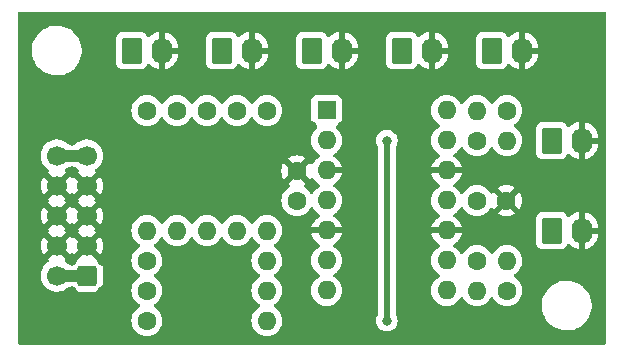
<source format=gbr>
%TF.GenerationSoftware,KiCad,Pcbnew,(6.0.5)*%
%TF.CreationDate,2022-06-03T17:18:30-04:00*%
%TF.ProjectId,minimixer,6d696e69-6d69-4786-9572-2e6b69636164,rev?*%
%TF.SameCoordinates,Original*%
%TF.FileFunction,Copper,L1,Top*%
%TF.FilePolarity,Positive*%
%FSLAX46Y46*%
G04 Gerber Fmt 4.6, Leading zero omitted, Abs format (unit mm)*
G04 Created by KiCad (PCBNEW (6.0.5)) date 2022-06-03 17:18:30*
%MOMM*%
%LPD*%
G01*
G04 APERTURE LIST*
G04 Aperture macros list*
%AMRoundRect*
0 Rectangle with rounded corners*
0 $1 Rounding radius*
0 $2 $3 $4 $5 $6 $7 $8 $9 X,Y pos of 4 corners*
0 Add a 4 corners polygon primitive as box body*
4,1,4,$2,$3,$4,$5,$6,$7,$8,$9,$2,$3,0*
0 Add four circle primitives for the rounded corners*
1,1,$1+$1,$2,$3*
1,1,$1+$1,$4,$5*
1,1,$1+$1,$6,$7*
1,1,$1+$1,$8,$9*
0 Add four rect primitives between the rounded corners*
20,1,$1+$1,$2,$3,$4,$5,0*
20,1,$1+$1,$4,$5,$6,$7,0*
20,1,$1+$1,$6,$7,$8,$9,0*
20,1,$1+$1,$8,$9,$2,$3,0*%
G04 Aperture macros list end*
%TA.AperFunction,ComponentPad*%
%ADD10C,1.600000*%
%TD*%
%TA.AperFunction,ComponentPad*%
%ADD11O,1.600000X1.600000*%
%TD*%
%TA.AperFunction,ComponentPad*%
%ADD12RoundRect,0.250000X-0.620000X-0.845000X0.620000X-0.845000X0.620000X0.845000X-0.620000X0.845000X0*%
%TD*%
%TA.AperFunction,ComponentPad*%
%ADD13O,1.740000X2.190000*%
%TD*%
%TA.AperFunction,ComponentPad*%
%ADD14RoundRect,0.250000X0.600000X0.600000X-0.600000X0.600000X-0.600000X-0.600000X0.600000X-0.600000X0*%
%TD*%
%TA.AperFunction,ComponentPad*%
%ADD15C,1.700000*%
%TD*%
%TA.AperFunction,ComponentPad*%
%ADD16R,1.600000X1.600000*%
%TD*%
%TA.AperFunction,ViaPad*%
%ADD17C,0.800000*%
%TD*%
%TA.AperFunction,Conductor*%
%ADD18C,1.000000*%
%TD*%
%TA.AperFunction,Conductor*%
%ADD19C,0.508000*%
%TD*%
G04 APERTURE END LIST*
D10*
%TO.P,R2,1*%
%TO.N,/IN2*%
X77470000Y-139700000D03*
D11*
%TO.P,R2,2*%
%TO.N,/SUM_IN*%
X77470000Y-149860000D03*
%TD*%
D10*
%TO.P,R3,1*%
%TO.N,/IN3*%
X80010000Y-139700000D03*
D11*
%TO.P,R3,2*%
%TO.N,/SUM_IN*%
X80010000Y-149860000D03*
%TD*%
D12*
%TO.P,J3,1,Pin_1*%
%TO.N,/IN3*%
X88900000Y-134620000D03*
D13*
%TO.P,J3,2,Pin_2*%
%TO.N,GND*%
X91440000Y-134620000D03*
%TD*%
D12*
%TO.P,J6,1,Pin_1*%
%TO.N,/ANALOG OUT*%
X109220000Y-142240000D03*
D13*
%TO.P,J6,2,Pin_2*%
%TO.N,GND*%
X111760000Y-142240000D03*
%TD*%
D10*
%TO.P,R12,1*%
%TO.N,/INV_LO_OUT*%
X105410000Y-154940000D03*
D11*
%TO.P,R12,2*%
%TO.N,/LINE_OUT*%
X105410000Y-152400000D03*
%TD*%
D12*
%TO.P,J2,1,Pin_1*%
%TO.N,/IN2*%
X81280000Y-134620000D03*
D13*
%TO.P,J2,2,Pin_2*%
%TO.N,GND*%
X83820000Y-134620000D03*
%TD*%
D10*
%TO.P,R1,1*%
%TO.N,/IN1*%
X74930000Y-139700000D03*
D11*
%TO.P,R1,2*%
%TO.N,/SUM_IN*%
X74930000Y-149860000D03*
%TD*%
D10*
%TO.P,R4,1*%
%TO.N,/IN4*%
X82550000Y-139700000D03*
D11*
%TO.P,R4,2*%
%TO.N,/SUM_IN*%
X82550000Y-149860000D03*
%TD*%
D10*
%TO.P,C1,1*%
%TO.N,+12V*%
X87630000Y-147320000D03*
%TO.P,C1,2*%
%TO.N,GND*%
X87630000Y-144820000D03*
%TD*%
%TO.P,R10,1*%
%TO.N,/MIX*%
X74930000Y-154940000D03*
D11*
%TO.P,R10,2*%
%TO.N,/INV_LO_IN*%
X85090000Y-154940000D03*
%TD*%
D10*
%TO.P,R11,1*%
%TO.N,/INV_LO_IN*%
X102870000Y-152400000D03*
D11*
%TO.P,R11,2*%
%TO.N,/INV_LO_OUT*%
X102870000Y-154940000D03*
%TD*%
D10*
%TO.P,R6,1*%
%TO.N,/SUM_IN*%
X74930000Y-152400000D03*
D11*
%TO.P,R6,2*%
%TO.N,/MIX*%
X85090000Y-152400000D03*
%TD*%
D10*
%TO.P,R7,1*%
%TO.N,/MIX*%
X74930000Y-157480000D03*
D11*
%TO.P,R7,2*%
%TO.N,/INV_AO_IN*%
X85090000Y-157480000D03*
%TD*%
D14*
%TO.P,J7,1,Pin_1*%
%TO.N,-12V*%
X69850000Y-153670000D03*
D15*
%TO.P,J7,2,Pin_2*%
X67310000Y-153670000D03*
%TO.P,J7,3,Pin_3*%
%TO.N,GND*%
X69850000Y-151130000D03*
%TO.P,J7,4,Pin_4*%
X67310000Y-151130000D03*
%TO.P,J7,5,Pin_5*%
X69850000Y-148590000D03*
%TO.P,J7,6,Pin_6*%
X67310000Y-148590000D03*
%TO.P,J7,7,Pin_7*%
X69850000Y-146050000D03*
%TO.P,J7,8,Pin_8*%
X67310000Y-146050000D03*
%TO.P,J7,9,Pin_9*%
%TO.N,+12V*%
X69850000Y-143510000D03*
%TO.P,J7,10,Pin_10*%
X67310000Y-143510000D03*
%TD*%
D10*
%TO.P,R8,1*%
%TO.N,/INV_AO_IN*%
X102870000Y-142240000D03*
D11*
%TO.P,R8,2*%
%TO.N,/INV_AO_OUT*%
X102870000Y-139700000D03*
%TD*%
D10*
%TO.P,R9,1*%
%TO.N,/INV_AO_OUT*%
X105410000Y-139700000D03*
D11*
%TO.P,R9,2*%
%TO.N,/ANALOG OUT*%
X105410000Y-142240000D03*
%TD*%
D12*
%TO.P,J5,1,Pin_1*%
%TO.N,/IN5*%
X104140000Y-134620000D03*
D13*
%TO.P,J5,2,Pin_2*%
%TO.N,GND*%
X106680000Y-134620000D03*
%TD*%
D10*
%TO.P,R5,1*%
%TO.N,/IN5*%
X85090000Y-139700000D03*
D11*
%TO.P,R5,2*%
%TO.N,/SUM_IN*%
X85090000Y-149860000D03*
%TD*%
%TO.P,U1,14*%
%TO.N,/INV_AO_OUT*%
X100310000Y-139695000D03*
%TO.P,U1,13,-*%
%TO.N,/INV_AO_IN*%
X100310000Y-142235000D03*
%TO.P,U1,12,+*%
%TO.N,GND*%
X100310000Y-144775000D03*
%TO.P,U1,11,V-*%
%TO.N,-12V*%
X100310000Y-147315000D03*
%TO.P,U1,10,+*%
%TO.N,GND*%
X100310000Y-149855000D03*
%TO.P,U1,9,-*%
%TO.N,/INV_LO_IN*%
X100310000Y-152395000D03*
%TO.P,U1,8*%
%TO.N,/INV_LO_OUT*%
X100310000Y-154935000D03*
%TO.P,U1,7*%
%TO.N,/MIX*%
X90150000Y-154935000D03*
%TO.P,U1,6,-*%
%TO.N,/SUM_IN*%
X90150000Y-152395000D03*
%TO.P,U1,5,+*%
%TO.N,GND*%
X90150000Y-149855000D03*
%TO.P,U1,4,V+*%
%TO.N,+12V*%
X90150000Y-147315000D03*
%TO.P,U1,3,+*%
%TO.N,GND*%
X90150000Y-144775000D03*
%TO.P,U1,2,-*%
%TO.N,Net-(U1-Pad1)*%
X90150000Y-142235000D03*
D16*
%TO.P,U1,1*%
X90150000Y-139695000D03*
%TD*%
D12*
%TO.P,J8,1,Pin_1*%
%TO.N,/LINE_OUT*%
X109220000Y-149860000D03*
D13*
%TO.P,J8,2,Pin_2*%
%TO.N,GND*%
X111760000Y-149860000D03*
%TD*%
D12*
%TO.P,J4,1,Pin_1*%
%TO.N,/IN4*%
X96520000Y-134620000D03*
D13*
%TO.P,J4,2,Pin_2*%
%TO.N,GND*%
X99060000Y-134620000D03*
%TD*%
D12*
%TO.P,J1,1,Pin_1*%
%TO.N,/IN1*%
X73660000Y-134620000D03*
D13*
%TO.P,J1,2,Pin_2*%
%TO.N,GND*%
X76200000Y-134620000D03*
%TD*%
D10*
%TO.P,C2,1*%
%TO.N,GND*%
X105370000Y-147320000D03*
%TO.P,C2,2*%
%TO.N,-12V*%
X102870000Y-147320000D03*
%TD*%
D17*
%TO.N,GND*%
X105410000Y-144780000D03*
X102870000Y-144780000D03*
X105410000Y-157480000D03*
X102870000Y-157480000D03*
X101600000Y-156210000D03*
X93980000Y-146050000D03*
X68580000Y-142240000D03*
X64770000Y-140970000D03*
X83820000Y-151130000D03*
X66040000Y-154940000D03*
X73660000Y-153670000D03*
X97790000Y-132080000D03*
X91440000Y-140970000D03*
X97790000Y-144780000D03*
X97790000Y-152400000D03*
X107950000Y-132080000D03*
X71120000Y-139700000D03*
X113030000Y-154940000D03*
X97790000Y-149860000D03*
X66040000Y-149860000D03*
X99060000Y-146050000D03*
X69850000Y-138430000D03*
X106680000Y-138430000D03*
X110490000Y-132080000D03*
X104140000Y-148590000D03*
X96520000Y-140970000D03*
X73660000Y-156210000D03*
X82550000Y-154940000D03*
X66040000Y-137160000D03*
X68580000Y-152400000D03*
X93980000Y-143510000D03*
X74930000Y-142240000D03*
X86360000Y-140970000D03*
X78740000Y-153670000D03*
X86360000Y-146050000D03*
X105410000Y-132080000D03*
X107950000Y-157480000D03*
X92710000Y-154940000D03*
X76200000Y-158750000D03*
X67310000Y-156210000D03*
X109220000Y-135890000D03*
X69850000Y-156210000D03*
X110490000Y-144780000D03*
X101600000Y-138430000D03*
X71120000Y-152400000D03*
X110490000Y-139700000D03*
X86360000Y-143510000D03*
X77470000Y-142240000D03*
X78740000Y-158750000D03*
X92710000Y-149860000D03*
X90170000Y-132080000D03*
X100330000Y-132080000D03*
X96520000Y-146050000D03*
X104140000Y-146050000D03*
X69850000Y-140970000D03*
X110490000Y-134620000D03*
X107950000Y-137160000D03*
X111760000Y-135890000D03*
X104140000Y-151130000D03*
X77470000Y-152400000D03*
X67310000Y-158750000D03*
X91440000Y-158750000D03*
X91440000Y-143510000D03*
X78740000Y-144780000D03*
X113030000Y-134620000D03*
X83820000Y-140970000D03*
X107950000Y-144780000D03*
X102870000Y-149860000D03*
X78740000Y-147320000D03*
X110490000Y-137160000D03*
X68580000Y-147320000D03*
X71120000Y-133350000D03*
X107950000Y-139700000D03*
X81280000Y-151130000D03*
X66040000Y-132080000D03*
X99060000Y-151130000D03*
X96520000Y-143510000D03*
X82550000Y-142240000D03*
X83820000Y-143510000D03*
X71120000Y-134620000D03*
X71120000Y-142240000D03*
X69850000Y-158750000D03*
X76200000Y-156210000D03*
X83820000Y-153670000D03*
X88900000Y-146050000D03*
X68580000Y-144780000D03*
X113030000Y-132080000D03*
X71120000Y-137160000D03*
X113030000Y-137160000D03*
X106680000Y-140970000D03*
X87630000Y-139700000D03*
X101600000Y-151130000D03*
X104140000Y-158750000D03*
X72390000Y-146050000D03*
X93980000Y-151130000D03*
X92710000Y-139700000D03*
X78740000Y-151130000D03*
X88900000Y-158750000D03*
X113030000Y-157480000D03*
X77470000Y-132080000D03*
X106680000Y-158750000D03*
X99060000Y-156210000D03*
X74930000Y-137160000D03*
X64770000Y-158750000D03*
X86360000Y-158750000D03*
X109220000Y-133350000D03*
X106680000Y-153670000D03*
X74930000Y-132080000D03*
X97790000Y-147320000D03*
X96520000Y-151130000D03*
X64770000Y-148590000D03*
X72390000Y-156210000D03*
X113030000Y-152400000D03*
X88900000Y-143510000D03*
X86360000Y-134620000D03*
X92710000Y-152400000D03*
X64770000Y-146050000D03*
X101600000Y-158750000D03*
X106680000Y-148590000D03*
X72390000Y-140970000D03*
X109220000Y-153670000D03*
X80010000Y-142240000D03*
X92710000Y-144780000D03*
X66040000Y-152400000D03*
X101600000Y-146050000D03*
X64770000Y-143510000D03*
X76200000Y-151130000D03*
X69850000Y-132080000D03*
X78740000Y-156210000D03*
X77470000Y-157480000D03*
X64770000Y-133350000D03*
X87630000Y-132080000D03*
X110490000Y-147320000D03*
X72390000Y-132080000D03*
X66040000Y-139700000D03*
X95250000Y-132080000D03*
X91440000Y-153670000D03*
X99060000Y-158750000D03*
X81280000Y-158750000D03*
X80010000Y-146050000D03*
X83820000Y-156210000D03*
X102870000Y-132080000D03*
X76200000Y-140970000D03*
X71120000Y-144780000D03*
X93980000Y-140970000D03*
X104140000Y-138430000D03*
X97790000Y-157480000D03*
X107950000Y-154940000D03*
X91440000Y-146050000D03*
X96520000Y-153670000D03*
X80010000Y-132080000D03*
X111760000Y-153670000D03*
X113030000Y-139700000D03*
X104140000Y-143510000D03*
X64770000Y-138430000D03*
X83820000Y-158750000D03*
X68580000Y-154940000D03*
X78740000Y-133350000D03*
X72390000Y-138430000D03*
X71120000Y-147320000D03*
X88900000Y-140970000D03*
X85090000Y-142240000D03*
X95250000Y-139700000D03*
X71120000Y-157480000D03*
X72390000Y-158750000D03*
X109220000Y-146050000D03*
X99060000Y-140970000D03*
X76200000Y-153670000D03*
X67310000Y-140970000D03*
X71120000Y-154940000D03*
X81280000Y-147320000D03*
X87630000Y-142240000D03*
X76200000Y-138430000D03*
X77470000Y-146050000D03*
X106680000Y-156210000D03*
X68580000Y-139700000D03*
X78740000Y-140970000D03*
X66040000Y-147320000D03*
X107950000Y-147320000D03*
X64770000Y-153670000D03*
X111760000Y-146050000D03*
X97790000Y-139700000D03*
X71120000Y-149860000D03*
X93980000Y-153670000D03*
X67310000Y-138430000D03*
X66040000Y-142240000D03*
X66040000Y-157480000D03*
X91440000Y-151130000D03*
X64770000Y-156210000D03*
X101600000Y-134620000D03*
X64770000Y-135890000D03*
X110490000Y-152400000D03*
X73660000Y-151130000D03*
X113030000Y-147320000D03*
X106680000Y-143510000D03*
X73660000Y-144780000D03*
X78105000Y-135890000D03*
X93980000Y-158750000D03*
X106680000Y-146050000D03*
X68580000Y-149860000D03*
X64770000Y-151130000D03*
X81280000Y-140970000D03*
X109220000Y-158750000D03*
X76200000Y-144780000D03*
X100330000Y-157480000D03*
X105410000Y-137160000D03*
X104140000Y-156210000D03*
X92710000Y-147320000D03*
X92710000Y-142240000D03*
X107950000Y-152400000D03*
X74930000Y-146050000D03*
X69850000Y-135890000D03*
X101600000Y-143510000D03*
X66040000Y-144780000D03*
X82550000Y-157480000D03*
X73660000Y-158750000D03*
X92710000Y-132080000D03*
X82550000Y-132080000D03*
X111760000Y-133350000D03*
X111760000Y-158750000D03*
X81280000Y-156210000D03*
X99060000Y-143510000D03*
X76200000Y-147320000D03*
X68580000Y-137160000D03*
X113030000Y-144780000D03*
X73660000Y-147320000D03*
X85090000Y-132080000D03*
X68580000Y-157480000D03*
X93980000Y-134620000D03*
X96520000Y-158750000D03*
%TO.N,/INV_AO_IN*%
X95250000Y-157480000D03*
X95250000Y-142240000D03*
%TD*%
D18*
%TO.N,+12V*%
X69850000Y-143510000D02*
X67310000Y-143510000D01*
%TO.N,-12V*%
X69850000Y-153670000D02*
X67310000Y-153670000D01*
D19*
%TO.N,/INV_AO_IN*%
X95250000Y-157480000D02*
X95250000Y-142240000D01*
%TD*%
%TA.AperFunction,Conductor*%
%TO.N,GND*%
G36*
X113733621Y-131338502D02*
G01*
X113780114Y-131392158D01*
X113791500Y-131444500D01*
X113791500Y-159385500D01*
X113771498Y-159453621D01*
X113717842Y-159500114D01*
X113665500Y-159511500D01*
X64134500Y-159511500D01*
X64066379Y-159491498D01*
X64019886Y-159437842D01*
X64008500Y-159385500D01*
X64008500Y-157480000D01*
X73616502Y-157480000D01*
X73636457Y-157708087D01*
X73637881Y-157713400D01*
X73637881Y-157713402D01*
X73674355Y-157849522D01*
X73695716Y-157929243D01*
X73698039Y-157934224D01*
X73698039Y-157934225D01*
X73790151Y-158131762D01*
X73790154Y-158131767D01*
X73792477Y-158136749D01*
X73863399Y-158238036D01*
X73919741Y-158318500D01*
X73923802Y-158324300D01*
X74085700Y-158486198D01*
X74090208Y-158489355D01*
X74090211Y-158489357D01*
X74168389Y-158544098D01*
X74273251Y-158617523D01*
X74278233Y-158619846D01*
X74278238Y-158619849D01*
X74475775Y-158711961D01*
X74480757Y-158714284D01*
X74486065Y-158715706D01*
X74486067Y-158715707D01*
X74696598Y-158772119D01*
X74696600Y-158772119D01*
X74701913Y-158773543D01*
X74930000Y-158793498D01*
X75158087Y-158773543D01*
X75163400Y-158772119D01*
X75163402Y-158772119D01*
X75373933Y-158715707D01*
X75373935Y-158715706D01*
X75379243Y-158714284D01*
X75384225Y-158711961D01*
X75581762Y-158619849D01*
X75581767Y-158619846D01*
X75586749Y-158617523D01*
X75691611Y-158544098D01*
X75769789Y-158489357D01*
X75769792Y-158489355D01*
X75774300Y-158486198D01*
X75936198Y-158324300D01*
X75940260Y-158318500D01*
X75996601Y-158238036D01*
X76067523Y-158136749D01*
X76069846Y-158131767D01*
X76069849Y-158131762D01*
X76161961Y-157934225D01*
X76161961Y-157934224D01*
X76164284Y-157929243D01*
X76185646Y-157849522D01*
X76222119Y-157713402D01*
X76222119Y-157713400D01*
X76223543Y-157708087D01*
X76243498Y-157480000D01*
X76223543Y-157251913D01*
X76222119Y-157246598D01*
X76165707Y-157036067D01*
X76165706Y-157036065D01*
X76164284Y-157030757D01*
X76155971Y-157012929D01*
X76069849Y-156828238D01*
X76069846Y-156828233D01*
X76067523Y-156823251D01*
X75945795Y-156649406D01*
X75939357Y-156640211D01*
X75939355Y-156640208D01*
X75936198Y-156635700D01*
X75774300Y-156473802D01*
X75769792Y-156470645D01*
X75769789Y-156470643D01*
X75624679Y-156369036D01*
X75586749Y-156342477D01*
X75581767Y-156340154D01*
X75581762Y-156340151D01*
X75547543Y-156324195D01*
X75494258Y-156277278D01*
X75474797Y-156209001D01*
X75495339Y-156141041D01*
X75547543Y-156095805D01*
X75581762Y-156079849D01*
X75581767Y-156079846D01*
X75586749Y-156077523D01*
X75691611Y-156004098D01*
X75769789Y-155949357D01*
X75769792Y-155949355D01*
X75774300Y-155946198D01*
X75936198Y-155784300D01*
X75942822Y-155774841D01*
X76064366Y-155601257D01*
X76067523Y-155596749D01*
X76069846Y-155591767D01*
X76069849Y-155591762D01*
X76161961Y-155394225D01*
X76161961Y-155394224D01*
X76164284Y-155389243D01*
X76206724Y-155230858D01*
X76222119Y-155173402D01*
X76222119Y-155173400D01*
X76223543Y-155168087D01*
X76243498Y-154940000D01*
X76223543Y-154711913D01*
X76191610Y-154592738D01*
X76165707Y-154496067D01*
X76165706Y-154496065D01*
X76164284Y-154490757D01*
X76161961Y-154485775D01*
X76069849Y-154288238D01*
X76069846Y-154288233D01*
X76067523Y-154283251D01*
X75953324Y-154120158D01*
X75939357Y-154100211D01*
X75939355Y-154100208D01*
X75936198Y-154095700D01*
X75774300Y-153933802D01*
X75769792Y-153930645D01*
X75769789Y-153930643D01*
X75661112Y-153854547D01*
X75586749Y-153802477D01*
X75581767Y-153800154D01*
X75581762Y-153800151D01*
X75547543Y-153784195D01*
X75494258Y-153737278D01*
X75474797Y-153669001D01*
X75495339Y-153601041D01*
X75547543Y-153555805D01*
X75581762Y-153539849D01*
X75581767Y-153539846D01*
X75586749Y-153537523D01*
X75691611Y-153464098D01*
X75769789Y-153409357D01*
X75769792Y-153409355D01*
X75774300Y-153406198D01*
X75936198Y-153244300D01*
X75964209Y-153204297D01*
X76064366Y-153061257D01*
X76067523Y-153056749D01*
X76069846Y-153051767D01*
X76069849Y-153051762D01*
X76161961Y-152854225D01*
X76161961Y-152854224D01*
X76164284Y-152849243D01*
X76173082Y-152816411D01*
X76222119Y-152633402D01*
X76222119Y-152633400D01*
X76223543Y-152628087D01*
X76243498Y-152400000D01*
X76223543Y-152171913D01*
X76164284Y-151950757D01*
X76161961Y-151945775D01*
X76069849Y-151748238D01*
X76069846Y-151748233D01*
X76067523Y-151743251D01*
X75936198Y-151555700D01*
X75774300Y-151393802D01*
X75769792Y-151390645D01*
X75769789Y-151390643D01*
X75675608Y-151324697D01*
X75586749Y-151262477D01*
X75581767Y-151260154D01*
X75581762Y-151260151D01*
X75547543Y-151244195D01*
X75494258Y-151197278D01*
X75474797Y-151129001D01*
X75495339Y-151061041D01*
X75547543Y-151015805D01*
X75581762Y-150999849D01*
X75581767Y-150999846D01*
X75586749Y-150997523D01*
X75722564Y-150902424D01*
X75769789Y-150869357D01*
X75769792Y-150869355D01*
X75774300Y-150866198D01*
X75936198Y-150704300D01*
X75942098Y-150695875D01*
X76064366Y-150521257D01*
X76067523Y-150516749D01*
X76069846Y-150511767D01*
X76069849Y-150511762D01*
X76085805Y-150477543D01*
X76132722Y-150424258D01*
X76200999Y-150404797D01*
X76268959Y-150425339D01*
X76314195Y-150477543D01*
X76330151Y-150511762D01*
X76330154Y-150511767D01*
X76332477Y-150516749D01*
X76335634Y-150521257D01*
X76457903Y-150695875D01*
X76463802Y-150704300D01*
X76625700Y-150866198D01*
X76630208Y-150869355D01*
X76630211Y-150869357D01*
X76677436Y-150902424D01*
X76813251Y-150997523D01*
X76818233Y-150999846D01*
X76818238Y-150999849D01*
X77014945Y-151091574D01*
X77020757Y-151094284D01*
X77026065Y-151095706D01*
X77026067Y-151095707D01*
X77236598Y-151152119D01*
X77236600Y-151152119D01*
X77241913Y-151153543D01*
X77470000Y-151173498D01*
X77698087Y-151153543D01*
X77703400Y-151152119D01*
X77703402Y-151152119D01*
X77913933Y-151095707D01*
X77913935Y-151095706D01*
X77919243Y-151094284D01*
X77925055Y-151091574D01*
X78121762Y-150999849D01*
X78121767Y-150999846D01*
X78126749Y-150997523D01*
X78262564Y-150902424D01*
X78309789Y-150869357D01*
X78309792Y-150869355D01*
X78314300Y-150866198D01*
X78476198Y-150704300D01*
X78482098Y-150695875D01*
X78604366Y-150521257D01*
X78607523Y-150516749D01*
X78609846Y-150511767D01*
X78609849Y-150511762D01*
X78625805Y-150477543D01*
X78672722Y-150424258D01*
X78740999Y-150404797D01*
X78808959Y-150425339D01*
X78854195Y-150477543D01*
X78870151Y-150511762D01*
X78870154Y-150511767D01*
X78872477Y-150516749D01*
X78875634Y-150521257D01*
X78997903Y-150695875D01*
X79003802Y-150704300D01*
X79165700Y-150866198D01*
X79170208Y-150869355D01*
X79170211Y-150869357D01*
X79217436Y-150902424D01*
X79353251Y-150997523D01*
X79358233Y-150999846D01*
X79358238Y-150999849D01*
X79554945Y-151091574D01*
X79560757Y-151094284D01*
X79566065Y-151095706D01*
X79566067Y-151095707D01*
X79776598Y-151152119D01*
X79776600Y-151152119D01*
X79781913Y-151153543D01*
X80010000Y-151173498D01*
X80238087Y-151153543D01*
X80243400Y-151152119D01*
X80243402Y-151152119D01*
X80453933Y-151095707D01*
X80453935Y-151095706D01*
X80459243Y-151094284D01*
X80465055Y-151091574D01*
X80661762Y-150999849D01*
X80661767Y-150999846D01*
X80666749Y-150997523D01*
X80802564Y-150902424D01*
X80849789Y-150869357D01*
X80849792Y-150869355D01*
X80854300Y-150866198D01*
X81016198Y-150704300D01*
X81022098Y-150695875D01*
X81144366Y-150521257D01*
X81147523Y-150516749D01*
X81149846Y-150511767D01*
X81149849Y-150511762D01*
X81165805Y-150477543D01*
X81212722Y-150424258D01*
X81280999Y-150404797D01*
X81348959Y-150425339D01*
X81394195Y-150477543D01*
X81410151Y-150511762D01*
X81410154Y-150511767D01*
X81412477Y-150516749D01*
X81415634Y-150521257D01*
X81537903Y-150695875D01*
X81543802Y-150704300D01*
X81705700Y-150866198D01*
X81710208Y-150869355D01*
X81710211Y-150869357D01*
X81757436Y-150902424D01*
X81893251Y-150997523D01*
X81898233Y-150999846D01*
X81898238Y-150999849D01*
X82094945Y-151091574D01*
X82100757Y-151094284D01*
X82106065Y-151095706D01*
X82106067Y-151095707D01*
X82316598Y-151152119D01*
X82316600Y-151152119D01*
X82321913Y-151153543D01*
X82550000Y-151173498D01*
X82778087Y-151153543D01*
X82783400Y-151152119D01*
X82783402Y-151152119D01*
X82993933Y-151095707D01*
X82993935Y-151095706D01*
X82999243Y-151094284D01*
X83005055Y-151091574D01*
X83201762Y-150999849D01*
X83201767Y-150999846D01*
X83206749Y-150997523D01*
X83342564Y-150902424D01*
X83389789Y-150869357D01*
X83389792Y-150869355D01*
X83394300Y-150866198D01*
X83556198Y-150704300D01*
X83562098Y-150695875D01*
X83684366Y-150521257D01*
X83687523Y-150516749D01*
X83689846Y-150511767D01*
X83689849Y-150511762D01*
X83705805Y-150477543D01*
X83752722Y-150424258D01*
X83820999Y-150404797D01*
X83888959Y-150425339D01*
X83934195Y-150477543D01*
X83950151Y-150511762D01*
X83950154Y-150511767D01*
X83952477Y-150516749D01*
X83955634Y-150521257D01*
X84077903Y-150695875D01*
X84083802Y-150704300D01*
X84245700Y-150866198D01*
X84250208Y-150869355D01*
X84250211Y-150869357D01*
X84297436Y-150902424D01*
X84433251Y-150997523D01*
X84438233Y-150999846D01*
X84438238Y-150999849D01*
X84472457Y-151015805D01*
X84525742Y-151062722D01*
X84545203Y-151130999D01*
X84524661Y-151198959D01*
X84472457Y-151244195D01*
X84438238Y-151260151D01*
X84438233Y-151260154D01*
X84433251Y-151262477D01*
X84344392Y-151324697D01*
X84250211Y-151390643D01*
X84250208Y-151390645D01*
X84245700Y-151393802D01*
X84083802Y-151555700D01*
X83952477Y-151743251D01*
X83950154Y-151748233D01*
X83950151Y-151748238D01*
X83858039Y-151945775D01*
X83855716Y-151950757D01*
X83796457Y-152171913D01*
X83776502Y-152400000D01*
X83796457Y-152628087D01*
X83797881Y-152633400D01*
X83797881Y-152633402D01*
X83846919Y-152816411D01*
X83855716Y-152849243D01*
X83858039Y-152854224D01*
X83858039Y-152854225D01*
X83950151Y-153051762D01*
X83950154Y-153051767D01*
X83952477Y-153056749D01*
X83955634Y-153061257D01*
X84055792Y-153204297D01*
X84083802Y-153244300D01*
X84245700Y-153406198D01*
X84250208Y-153409355D01*
X84250211Y-153409357D01*
X84328389Y-153464098D01*
X84433251Y-153537523D01*
X84438233Y-153539846D01*
X84438238Y-153539849D01*
X84472457Y-153555805D01*
X84525742Y-153602722D01*
X84545203Y-153670999D01*
X84524661Y-153738959D01*
X84472457Y-153784195D01*
X84438238Y-153800151D01*
X84438233Y-153800154D01*
X84433251Y-153802477D01*
X84358888Y-153854547D01*
X84250211Y-153930643D01*
X84250208Y-153930645D01*
X84245700Y-153933802D01*
X84083802Y-154095700D01*
X84080645Y-154100208D01*
X84080643Y-154100211D01*
X84066676Y-154120158D01*
X83952477Y-154283251D01*
X83950154Y-154288233D01*
X83950151Y-154288238D01*
X83858039Y-154485775D01*
X83855716Y-154490757D01*
X83854294Y-154496065D01*
X83854293Y-154496067D01*
X83828390Y-154592738D01*
X83796457Y-154711913D01*
X83776502Y-154940000D01*
X83796457Y-155168087D01*
X83797881Y-155173400D01*
X83797881Y-155173402D01*
X83813277Y-155230858D01*
X83855716Y-155389243D01*
X83858039Y-155394224D01*
X83858039Y-155394225D01*
X83950151Y-155591762D01*
X83950154Y-155591767D01*
X83952477Y-155596749D01*
X83955634Y-155601257D01*
X84077179Y-155774841D01*
X84083802Y-155784300D01*
X84245700Y-155946198D01*
X84250208Y-155949355D01*
X84250211Y-155949357D01*
X84328389Y-156004098D01*
X84433251Y-156077523D01*
X84438233Y-156079846D01*
X84438238Y-156079849D01*
X84472457Y-156095805D01*
X84525742Y-156142722D01*
X84545203Y-156210999D01*
X84524661Y-156278959D01*
X84472457Y-156324195D01*
X84438238Y-156340151D01*
X84438233Y-156340154D01*
X84433251Y-156342477D01*
X84395321Y-156369036D01*
X84250211Y-156470643D01*
X84250208Y-156470645D01*
X84245700Y-156473802D01*
X84083802Y-156635700D01*
X84080645Y-156640208D01*
X84080643Y-156640211D01*
X84074205Y-156649406D01*
X83952477Y-156823251D01*
X83950154Y-156828233D01*
X83950151Y-156828238D01*
X83864029Y-157012929D01*
X83855716Y-157030757D01*
X83854294Y-157036065D01*
X83854293Y-157036067D01*
X83797881Y-157246598D01*
X83796457Y-157251913D01*
X83776502Y-157480000D01*
X83796457Y-157708087D01*
X83797881Y-157713400D01*
X83797881Y-157713402D01*
X83834355Y-157849522D01*
X83855716Y-157929243D01*
X83858039Y-157934224D01*
X83858039Y-157934225D01*
X83950151Y-158131762D01*
X83950154Y-158131767D01*
X83952477Y-158136749D01*
X84023399Y-158238036D01*
X84079741Y-158318500D01*
X84083802Y-158324300D01*
X84245700Y-158486198D01*
X84250208Y-158489355D01*
X84250211Y-158489357D01*
X84328389Y-158544098D01*
X84433251Y-158617523D01*
X84438233Y-158619846D01*
X84438238Y-158619849D01*
X84635775Y-158711961D01*
X84640757Y-158714284D01*
X84646065Y-158715706D01*
X84646067Y-158715707D01*
X84856598Y-158772119D01*
X84856600Y-158772119D01*
X84861913Y-158773543D01*
X85090000Y-158793498D01*
X85318087Y-158773543D01*
X85323400Y-158772119D01*
X85323402Y-158772119D01*
X85533933Y-158715707D01*
X85533935Y-158715706D01*
X85539243Y-158714284D01*
X85544225Y-158711961D01*
X85741762Y-158619849D01*
X85741767Y-158619846D01*
X85746749Y-158617523D01*
X85851611Y-158544098D01*
X85929789Y-158489357D01*
X85929792Y-158489355D01*
X85934300Y-158486198D01*
X86096198Y-158324300D01*
X86100260Y-158318500D01*
X86156601Y-158238036D01*
X86227523Y-158136749D01*
X86229846Y-158131767D01*
X86229849Y-158131762D01*
X86321961Y-157934225D01*
X86321961Y-157934224D01*
X86324284Y-157929243D01*
X86345646Y-157849522D01*
X86382119Y-157713402D01*
X86382119Y-157713400D01*
X86383543Y-157708087D01*
X86403498Y-157480000D01*
X94336496Y-157480000D01*
X94356458Y-157669928D01*
X94415473Y-157851556D01*
X94510960Y-158016944D01*
X94638747Y-158158866D01*
X94793248Y-158271118D01*
X94799276Y-158273802D01*
X94799278Y-158273803D01*
X94899342Y-158318354D01*
X94967712Y-158348794D01*
X95061113Y-158368647D01*
X95148056Y-158387128D01*
X95148061Y-158387128D01*
X95154513Y-158388500D01*
X95345487Y-158388500D01*
X95351939Y-158387128D01*
X95351944Y-158387128D01*
X95438887Y-158368647D01*
X95532288Y-158348794D01*
X95600658Y-158318354D01*
X95700722Y-158273803D01*
X95700724Y-158273802D01*
X95706752Y-158271118D01*
X95861253Y-158158866D01*
X95989040Y-158016944D01*
X96084527Y-157851556D01*
X96143542Y-157669928D01*
X96163504Y-157480000D01*
X96143542Y-157290072D01*
X96084527Y-157108444D01*
X96029381Y-157012928D01*
X96012500Y-156949929D01*
X96012500Y-156342703D01*
X108380743Y-156342703D01*
X108418268Y-156627734D01*
X108494129Y-156905036D01*
X108495813Y-156908984D01*
X108540150Y-157012929D01*
X108606923Y-157169476D01*
X108754561Y-157416161D01*
X108934313Y-157640528D01*
X109142851Y-157838423D01*
X109376317Y-158006186D01*
X109380112Y-158008195D01*
X109380113Y-158008196D01*
X109401869Y-158019715D01*
X109630392Y-158140712D01*
X109900373Y-158239511D01*
X110181264Y-158300755D01*
X110209841Y-158303004D01*
X110404282Y-158318307D01*
X110404291Y-158318307D01*
X110406739Y-158318500D01*
X110562271Y-158318500D01*
X110564407Y-158318354D01*
X110564418Y-158318354D01*
X110772548Y-158304165D01*
X110772554Y-158304164D01*
X110776825Y-158303873D01*
X110781020Y-158303004D01*
X110781022Y-158303004D01*
X110934994Y-158271118D01*
X111058342Y-158245574D01*
X111329343Y-158149607D01*
X111417362Y-158104177D01*
X111581005Y-158019715D01*
X111581006Y-158019715D01*
X111584812Y-158017750D01*
X111588313Y-158015289D01*
X111588317Y-158015287D01*
X111813139Y-157857279D01*
X111820023Y-157852441D01*
X111975366Y-157708087D01*
X112027479Y-157659661D01*
X112027481Y-157659658D01*
X112030622Y-157656740D01*
X112212713Y-157434268D01*
X112362927Y-157189142D01*
X112478483Y-156925898D01*
X112557244Y-156649406D01*
X112597751Y-156364784D01*
X112597845Y-156346951D01*
X112599235Y-156081583D01*
X112599235Y-156081576D01*
X112599257Y-156077297D01*
X112598629Y-156072523D01*
X112562292Y-155796522D01*
X112561732Y-155792266D01*
X112485871Y-155514964D01*
X112432246Y-155389243D01*
X112374763Y-155254476D01*
X112374761Y-155254472D01*
X112373077Y-155250524D01*
X112241753Y-155031097D01*
X112227643Y-155007521D01*
X112227640Y-155007517D01*
X112225439Y-155003839D01*
X112045687Y-154779472D01*
X111881906Y-154624050D01*
X111840258Y-154584527D01*
X111840255Y-154584525D01*
X111837149Y-154581577D01*
X111628141Y-154431389D01*
X111607172Y-154416321D01*
X111607171Y-154416320D01*
X111603683Y-154413814D01*
X111581843Y-154402250D01*
X111558654Y-154389972D01*
X111349608Y-154279288D01*
X111079627Y-154180489D01*
X110798736Y-154119245D01*
X110767685Y-154116801D01*
X110575718Y-154101693D01*
X110575709Y-154101693D01*
X110573261Y-154101500D01*
X110417729Y-154101500D01*
X110415593Y-154101646D01*
X110415582Y-154101646D01*
X110207452Y-154115835D01*
X110207446Y-154115836D01*
X110203175Y-154116127D01*
X110198980Y-154116996D01*
X110198978Y-154116996D01*
X110062416Y-154145277D01*
X109921658Y-154174426D01*
X109650657Y-154270393D01*
X109395188Y-154402250D01*
X109391687Y-154404711D01*
X109391683Y-154404713D01*
X109353727Y-154431389D01*
X109159977Y-154567559D01*
X109144892Y-154581577D01*
X108969730Y-154744348D01*
X108949378Y-154763260D01*
X108767287Y-154985732D01*
X108617073Y-155230858D01*
X108501517Y-155494102D01*
X108422756Y-155770594D01*
X108382249Y-156055216D01*
X108382227Y-156059505D01*
X108382226Y-156059512D01*
X108380765Y-156338417D01*
X108380743Y-156342703D01*
X96012500Y-156342703D01*
X96012500Y-154935000D01*
X98996502Y-154935000D01*
X99016457Y-155163087D01*
X99075716Y-155384243D01*
X99078039Y-155389224D01*
X99078039Y-155389225D01*
X99170151Y-155586762D01*
X99170154Y-155586767D01*
X99172477Y-155591749D01*
X99179135Y-155601257D01*
X99294816Y-155766466D01*
X99303802Y-155779300D01*
X99465700Y-155941198D01*
X99470208Y-155944355D01*
X99470211Y-155944357D01*
X99477352Y-155949357D01*
X99653251Y-156072523D01*
X99658233Y-156074846D01*
X99658238Y-156074849D01*
X99800189Y-156141041D01*
X99860757Y-156169284D01*
X99866065Y-156170706D01*
X99866067Y-156170707D01*
X100076598Y-156227119D01*
X100076600Y-156227119D01*
X100081913Y-156228543D01*
X100310000Y-156248498D01*
X100538087Y-156228543D01*
X100543400Y-156227119D01*
X100543402Y-156227119D01*
X100753933Y-156170707D01*
X100753935Y-156170706D01*
X100759243Y-156169284D01*
X100819811Y-156141041D01*
X100961762Y-156074849D01*
X100961767Y-156074846D01*
X100966749Y-156072523D01*
X101142648Y-155949357D01*
X101149789Y-155944357D01*
X101149792Y-155944355D01*
X101154300Y-155941198D01*
X101316198Y-155779300D01*
X101325185Y-155766466D01*
X101440865Y-155601257D01*
X101447523Y-155591749D01*
X101449847Y-155586764D01*
X101449851Y-155586758D01*
X101474639Y-155533599D01*
X101521556Y-155480313D01*
X101589833Y-155460852D01*
X101657793Y-155481394D01*
X101703029Y-155533598D01*
X101730151Y-155591762D01*
X101730154Y-155591767D01*
X101732477Y-155596749D01*
X101735634Y-155601257D01*
X101857179Y-155774841D01*
X101863802Y-155784300D01*
X102025700Y-155946198D01*
X102030208Y-155949355D01*
X102030211Y-155949357D01*
X102108389Y-156004098D01*
X102213251Y-156077523D01*
X102218233Y-156079846D01*
X102218238Y-156079849D01*
X102410034Y-156169284D01*
X102420757Y-156174284D01*
X102426065Y-156175706D01*
X102426067Y-156175707D01*
X102636598Y-156232119D01*
X102636600Y-156232119D01*
X102641913Y-156233543D01*
X102870000Y-156253498D01*
X103098087Y-156233543D01*
X103103400Y-156232119D01*
X103103402Y-156232119D01*
X103313933Y-156175707D01*
X103313935Y-156175706D01*
X103319243Y-156174284D01*
X103329966Y-156169284D01*
X103521762Y-156079849D01*
X103521767Y-156079846D01*
X103526749Y-156077523D01*
X103631611Y-156004098D01*
X103709789Y-155949357D01*
X103709792Y-155949355D01*
X103714300Y-155946198D01*
X103876198Y-155784300D01*
X103882822Y-155774841D01*
X104004366Y-155601257D01*
X104007523Y-155596749D01*
X104009846Y-155591767D01*
X104009849Y-155591762D01*
X104025805Y-155557543D01*
X104072722Y-155504258D01*
X104140999Y-155484797D01*
X104208959Y-155505339D01*
X104254195Y-155557543D01*
X104270151Y-155591762D01*
X104270154Y-155591767D01*
X104272477Y-155596749D01*
X104275634Y-155601257D01*
X104397179Y-155774841D01*
X104403802Y-155784300D01*
X104565700Y-155946198D01*
X104570208Y-155949355D01*
X104570211Y-155949357D01*
X104648389Y-156004098D01*
X104753251Y-156077523D01*
X104758233Y-156079846D01*
X104758238Y-156079849D01*
X104950034Y-156169284D01*
X104960757Y-156174284D01*
X104966065Y-156175706D01*
X104966067Y-156175707D01*
X105176598Y-156232119D01*
X105176600Y-156232119D01*
X105181913Y-156233543D01*
X105410000Y-156253498D01*
X105638087Y-156233543D01*
X105643400Y-156232119D01*
X105643402Y-156232119D01*
X105853933Y-156175707D01*
X105853935Y-156175706D01*
X105859243Y-156174284D01*
X105869966Y-156169284D01*
X106061762Y-156079849D01*
X106061767Y-156079846D01*
X106066749Y-156077523D01*
X106171611Y-156004098D01*
X106249789Y-155949357D01*
X106249792Y-155949355D01*
X106254300Y-155946198D01*
X106416198Y-155784300D01*
X106422822Y-155774841D01*
X106544366Y-155601257D01*
X106547523Y-155596749D01*
X106549846Y-155591767D01*
X106549849Y-155591762D01*
X106641961Y-155394225D01*
X106641961Y-155394224D01*
X106644284Y-155389243D01*
X106686724Y-155230858D01*
X106702119Y-155173402D01*
X106702119Y-155173400D01*
X106703543Y-155168087D01*
X106723498Y-154940000D01*
X106703543Y-154711913D01*
X106671610Y-154592738D01*
X106645707Y-154496067D01*
X106645706Y-154496065D01*
X106644284Y-154490757D01*
X106641961Y-154485775D01*
X106549849Y-154288238D01*
X106549846Y-154288233D01*
X106547523Y-154283251D01*
X106433324Y-154120158D01*
X106419357Y-154100211D01*
X106419355Y-154100208D01*
X106416198Y-154095700D01*
X106254300Y-153933802D01*
X106249792Y-153930645D01*
X106249789Y-153930643D01*
X106141112Y-153854547D01*
X106066749Y-153802477D01*
X106061767Y-153800154D01*
X106061762Y-153800151D01*
X106027543Y-153784195D01*
X105974258Y-153737278D01*
X105954797Y-153669001D01*
X105975339Y-153601041D01*
X106027543Y-153555805D01*
X106061762Y-153539849D01*
X106061767Y-153539846D01*
X106066749Y-153537523D01*
X106171611Y-153464098D01*
X106249789Y-153409357D01*
X106249792Y-153409355D01*
X106254300Y-153406198D01*
X106416198Y-153244300D01*
X106444209Y-153204297D01*
X106544366Y-153061257D01*
X106547523Y-153056749D01*
X106549846Y-153051767D01*
X106549849Y-153051762D01*
X106641961Y-152854225D01*
X106641961Y-152854224D01*
X106644284Y-152849243D01*
X106653082Y-152816411D01*
X106702119Y-152633402D01*
X106702119Y-152633400D01*
X106703543Y-152628087D01*
X106723498Y-152400000D01*
X106703543Y-152171913D01*
X106644284Y-151950757D01*
X106641961Y-151945775D01*
X106549849Y-151748238D01*
X106549846Y-151748233D01*
X106547523Y-151743251D01*
X106416198Y-151555700D01*
X106254300Y-151393802D01*
X106249792Y-151390645D01*
X106249789Y-151390643D01*
X106155608Y-151324697D01*
X106066749Y-151262477D01*
X106061767Y-151260154D01*
X106061762Y-151260151D01*
X105864225Y-151168039D01*
X105864224Y-151168039D01*
X105859243Y-151165716D01*
X105853935Y-151164294D01*
X105853933Y-151164293D01*
X105643402Y-151107881D01*
X105643400Y-151107881D01*
X105638087Y-151106457D01*
X105410000Y-151086502D01*
X105181913Y-151106457D01*
X105176600Y-151107881D01*
X105176598Y-151107881D01*
X104966067Y-151164293D01*
X104966065Y-151164294D01*
X104960757Y-151165716D01*
X104955776Y-151168039D01*
X104955775Y-151168039D01*
X104758238Y-151260151D01*
X104758233Y-151260154D01*
X104753251Y-151262477D01*
X104664392Y-151324697D01*
X104570211Y-151390643D01*
X104570208Y-151390645D01*
X104565700Y-151393802D01*
X104403802Y-151555700D01*
X104272477Y-151743251D01*
X104270154Y-151748233D01*
X104270151Y-151748238D01*
X104254195Y-151782457D01*
X104207278Y-151835742D01*
X104139001Y-151855203D01*
X104071041Y-151834661D01*
X104025805Y-151782457D01*
X104009849Y-151748238D01*
X104009846Y-151748233D01*
X104007523Y-151743251D01*
X103876198Y-151555700D01*
X103714300Y-151393802D01*
X103709792Y-151390645D01*
X103709789Y-151390643D01*
X103615608Y-151324697D01*
X103526749Y-151262477D01*
X103521767Y-151260154D01*
X103521762Y-151260151D01*
X103324225Y-151168039D01*
X103324224Y-151168039D01*
X103319243Y-151165716D01*
X103313935Y-151164294D01*
X103313933Y-151164293D01*
X103103402Y-151107881D01*
X103103400Y-151107881D01*
X103098087Y-151106457D01*
X102870000Y-151086502D01*
X102641913Y-151106457D01*
X102636600Y-151107881D01*
X102636598Y-151107881D01*
X102426067Y-151164293D01*
X102426065Y-151164294D01*
X102420757Y-151165716D01*
X102415776Y-151168039D01*
X102415775Y-151168039D01*
X102218238Y-151260151D01*
X102218233Y-151260154D01*
X102213251Y-151262477D01*
X102124392Y-151324697D01*
X102030211Y-151390643D01*
X102030208Y-151390645D01*
X102025700Y-151393802D01*
X101863802Y-151555700D01*
X101732477Y-151743251D01*
X101730153Y-151748236D01*
X101730149Y-151748242D01*
X101705361Y-151801401D01*
X101658444Y-151854687D01*
X101590167Y-151874148D01*
X101522207Y-151853606D01*
X101476971Y-151801402D01*
X101449849Y-151743238D01*
X101449846Y-151743233D01*
X101447523Y-151738251D01*
X101316198Y-151550700D01*
X101154300Y-151388802D01*
X101149792Y-151385645D01*
X101149789Y-151385643D01*
X101048153Y-151314477D01*
X100966749Y-151257477D01*
X100961767Y-151255154D01*
X100961762Y-151255151D01*
X100926951Y-151238919D01*
X100873666Y-151192002D01*
X100854205Y-151123725D01*
X100874747Y-151055765D01*
X100926951Y-151010529D01*
X100961511Y-150994414D01*
X100971007Y-150988931D01*
X101149467Y-150863972D01*
X101157875Y-150856916D01*
X101259391Y-150755400D01*
X107841500Y-150755400D01*
X107852474Y-150861166D01*
X107854655Y-150867702D01*
X107854655Y-150867704D01*
X107855315Y-150869681D01*
X107908450Y-151028946D01*
X108001522Y-151179348D01*
X108126697Y-151304305D01*
X108132927Y-151308145D01*
X108132928Y-151308146D01*
X108270090Y-151392694D01*
X108277262Y-151397115D01*
X108324654Y-151412834D01*
X108438611Y-151450632D01*
X108438613Y-151450632D01*
X108445139Y-151452797D01*
X108451975Y-151453497D01*
X108451978Y-151453498D01*
X108495031Y-151457909D01*
X108549600Y-151463500D01*
X109890400Y-151463500D01*
X109893646Y-151463163D01*
X109893650Y-151463163D01*
X109989308Y-151453238D01*
X109989312Y-151453237D01*
X109996166Y-151452526D01*
X110002702Y-151450345D01*
X110002704Y-151450345D01*
X110134806Y-151406272D01*
X110163946Y-151396550D01*
X110314348Y-151303478D01*
X110439305Y-151178303D01*
X110486424Y-151101863D01*
X110532115Y-151027738D01*
X110534132Y-151028982D01*
X110573537Y-150984225D01*
X110641813Y-150964761D01*
X110709774Y-150985300D01*
X110731989Y-151003785D01*
X110839924Y-151116930D01*
X110847892Y-151123979D01*
X111026952Y-151257203D01*
X111035982Y-151262802D01*
X111234931Y-151363953D01*
X111244792Y-151367956D01*
X111457929Y-151434138D01*
X111468309Y-151436420D01*
X111488043Y-151439036D01*
X111502207Y-151436840D01*
X111506000Y-151423655D01*
X111506000Y-151421627D01*
X112014000Y-151421627D01*
X112017973Y-151435158D01*
X112028580Y-151436683D01*
X112152188Y-151410748D01*
X112162384Y-151407688D01*
X112369952Y-151325716D01*
X112379489Y-151320982D01*
X112570285Y-151205204D01*
X112578878Y-151198938D01*
X112747441Y-151052667D01*
X112754861Y-151045036D01*
X112896368Y-150872458D01*
X112902393Y-150863691D01*
X113012797Y-150669738D01*
X113017262Y-150660074D01*
X113093410Y-150450289D01*
X113096181Y-150440021D01*
X113136106Y-150219234D01*
X113137039Y-150211005D01*
X113137930Y-150192126D01*
X113138000Y-150189151D01*
X113138000Y-150132115D01*
X113133525Y-150116876D01*
X113132135Y-150115671D01*
X113124452Y-150114000D01*
X112032115Y-150114000D01*
X112016876Y-150118475D01*
X112015671Y-150119865D01*
X112014000Y-150127548D01*
X112014000Y-151421627D01*
X111506000Y-151421627D01*
X111506000Y-149587885D01*
X112014000Y-149587885D01*
X112018475Y-149603124D01*
X112019865Y-149604329D01*
X112027548Y-149606000D01*
X113119885Y-149606000D01*
X113135124Y-149601525D01*
X113136329Y-149600135D01*
X113138000Y-149592452D01*
X113138000Y-149578946D01*
X113137775Y-149573637D01*
X113123661Y-149407293D01*
X113121871Y-149396821D01*
X113065802Y-149180798D01*
X113062266Y-149170758D01*
X112970601Y-148967268D01*
X112965432Y-148957982D01*
X112840790Y-148772845D01*
X112834129Y-148764559D01*
X112680076Y-148603070D01*
X112672108Y-148596021D01*
X112493048Y-148462797D01*
X112484018Y-148457198D01*
X112285069Y-148356047D01*
X112275208Y-148352044D01*
X112062071Y-148285862D01*
X112051691Y-148283580D01*
X112031957Y-148280964D01*
X112017793Y-148283160D01*
X112014000Y-148296345D01*
X112014000Y-149587885D01*
X111506000Y-149587885D01*
X111506000Y-148298373D01*
X111502027Y-148284842D01*
X111491420Y-148283317D01*
X111367812Y-148309252D01*
X111357616Y-148312312D01*
X111150048Y-148394284D01*
X111140511Y-148399018D01*
X110949715Y-148514796D01*
X110941122Y-148521062D01*
X110772559Y-148667333D01*
X110765138Y-148674965D01*
X110737827Y-148708272D01*
X110679167Y-148748266D01*
X110608197Y-148750197D01*
X110547449Y-148713452D01*
X110532196Y-148690654D01*
X110531550Y-148691054D01*
X110442332Y-148546880D01*
X110438478Y-148540652D01*
X110313303Y-148415695D01*
X110299217Y-148407012D01*
X110168968Y-148326725D01*
X110168966Y-148326724D01*
X110162738Y-148322885D01*
X110082722Y-148296345D01*
X110001389Y-148269368D01*
X110001387Y-148269368D01*
X109994861Y-148267203D01*
X109988025Y-148266503D01*
X109988022Y-148266502D01*
X109944969Y-148262091D01*
X109890400Y-148256500D01*
X108549600Y-148256500D01*
X108546354Y-148256837D01*
X108546350Y-148256837D01*
X108450692Y-148266762D01*
X108450688Y-148266763D01*
X108443834Y-148267474D01*
X108437298Y-148269655D01*
X108437296Y-148269655D01*
X108318610Y-148309252D01*
X108276054Y-148323450D01*
X108125652Y-148416522D01*
X108000695Y-148541697D01*
X107996855Y-148547927D01*
X107996854Y-148547928D01*
X107923252Y-148667333D01*
X107907885Y-148692262D01*
X107905581Y-148699209D01*
X107855353Y-148850643D01*
X107852203Y-148860139D01*
X107841500Y-148964600D01*
X107841500Y-150755400D01*
X101259391Y-150755400D01*
X101311916Y-150702875D01*
X101318972Y-150694467D01*
X101443931Y-150516007D01*
X101449414Y-150506511D01*
X101541490Y-150309053D01*
X101545236Y-150298761D01*
X101591394Y-150126497D01*
X101591058Y-150112401D01*
X101583116Y-150109000D01*
X99042033Y-150109000D01*
X99028502Y-150112973D01*
X99027273Y-150121522D01*
X99074764Y-150298761D01*
X99078510Y-150309053D01*
X99170586Y-150506511D01*
X99176069Y-150516007D01*
X99301028Y-150694467D01*
X99308084Y-150702875D01*
X99462125Y-150856916D01*
X99470533Y-150863972D01*
X99648993Y-150988931D01*
X99658489Y-150994414D01*
X99693049Y-151010529D01*
X99746334Y-151057446D01*
X99765795Y-151125723D01*
X99745253Y-151193683D01*
X99693049Y-151238919D01*
X99658238Y-151255151D01*
X99658233Y-151255154D01*
X99653251Y-151257477D01*
X99571847Y-151314477D01*
X99470211Y-151385643D01*
X99470208Y-151385645D01*
X99465700Y-151388802D01*
X99303802Y-151550700D01*
X99172477Y-151738251D01*
X99170154Y-151743233D01*
X99170151Y-151743238D01*
X99102731Y-151887823D01*
X99075716Y-151945757D01*
X99016457Y-152166913D01*
X98996502Y-152395000D01*
X99016457Y-152623087D01*
X99017881Y-152628400D01*
X99017881Y-152628402D01*
X99023839Y-152650635D01*
X99075716Y-152844243D01*
X99078039Y-152849224D01*
X99078039Y-152849225D01*
X99170151Y-153046762D01*
X99170154Y-153046767D01*
X99172477Y-153051749D01*
X99179135Y-153061257D01*
X99279293Y-153204297D01*
X99303802Y-153239300D01*
X99465700Y-153401198D01*
X99470208Y-153404355D01*
X99470211Y-153404357D01*
X99548389Y-153459098D01*
X99653251Y-153532523D01*
X99658233Y-153534846D01*
X99658238Y-153534849D01*
X99692457Y-153550805D01*
X99745742Y-153597722D01*
X99765203Y-153665999D01*
X99744661Y-153733959D01*
X99692457Y-153779195D01*
X99658238Y-153795151D01*
X99658233Y-153795154D01*
X99653251Y-153797477D01*
X99641602Y-153805634D01*
X99470211Y-153925643D01*
X99470208Y-153925645D01*
X99465700Y-153928802D01*
X99303802Y-154090700D01*
X99300645Y-154095208D01*
X99300643Y-154095211D01*
X99283175Y-154120158D01*
X99172477Y-154278251D01*
X99170154Y-154283233D01*
X99170151Y-154283238D01*
X99108094Y-154416321D01*
X99075716Y-154485757D01*
X99074294Y-154491065D01*
X99074293Y-154491067D01*
X99018711Y-154698502D01*
X99016457Y-154706913D01*
X98996502Y-154935000D01*
X96012500Y-154935000D01*
X96012500Y-147315000D01*
X98996502Y-147315000D01*
X99016457Y-147543087D01*
X99075716Y-147764243D01*
X99078039Y-147769224D01*
X99078039Y-147769225D01*
X99170151Y-147966762D01*
X99170152Y-147966763D01*
X99172477Y-147971749D01*
X99178956Y-147981002D01*
X99279414Y-148124470D01*
X99303802Y-148159300D01*
X99465700Y-148321198D01*
X99470208Y-148324355D01*
X99470211Y-148324357D01*
X99515469Y-148356047D01*
X99653251Y-148452523D01*
X99658233Y-148454846D01*
X99658238Y-148454849D01*
X99693049Y-148471081D01*
X99746334Y-148517998D01*
X99765795Y-148586275D01*
X99745253Y-148654235D01*
X99693049Y-148699471D01*
X99658489Y-148715586D01*
X99648993Y-148721069D01*
X99470533Y-148846028D01*
X99462125Y-148853084D01*
X99308084Y-149007125D01*
X99301028Y-149015533D01*
X99176069Y-149193993D01*
X99170586Y-149203489D01*
X99078510Y-149400947D01*
X99074764Y-149411239D01*
X99028606Y-149583503D01*
X99028942Y-149597599D01*
X99036884Y-149601000D01*
X101577967Y-149601000D01*
X101591498Y-149597027D01*
X101592727Y-149588478D01*
X101545236Y-149411239D01*
X101541490Y-149400947D01*
X101449414Y-149203489D01*
X101443931Y-149193993D01*
X101318972Y-149015533D01*
X101311916Y-149007125D01*
X101157875Y-148853084D01*
X101149467Y-148846028D01*
X100971007Y-148721069D01*
X100961511Y-148715586D01*
X100926951Y-148699471D01*
X100873666Y-148652554D01*
X100854205Y-148584277D01*
X100874747Y-148516317D01*
X100926951Y-148471081D01*
X100961762Y-148454849D01*
X100961767Y-148454846D01*
X100966749Y-148452523D01*
X101104531Y-148356047D01*
X101149789Y-148324357D01*
X101149792Y-148324355D01*
X101154300Y-148321198D01*
X101316198Y-148159300D01*
X101340587Y-148124470D01*
X101441044Y-147981002D01*
X101447523Y-147971749D01*
X101449848Y-147966763D01*
X101449851Y-147966758D01*
X101474639Y-147913599D01*
X101521556Y-147860313D01*
X101589833Y-147840852D01*
X101657793Y-147861394D01*
X101703029Y-147913598D01*
X101730151Y-147971762D01*
X101730154Y-147971767D01*
X101732477Y-147976749D01*
X101735634Y-147981257D01*
X101857903Y-148155875D01*
X101863802Y-148164300D01*
X102025700Y-148326198D01*
X102030208Y-148329355D01*
X102030211Y-148329357D01*
X102077436Y-148362424D01*
X102213251Y-148457523D01*
X102218233Y-148459846D01*
X102218238Y-148459849D01*
X102407126Y-148547928D01*
X102420757Y-148554284D01*
X102426065Y-148555706D01*
X102426067Y-148555707D01*
X102636598Y-148612119D01*
X102636600Y-148612119D01*
X102641913Y-148613543D01*
X102870000Y-148633498D01*
X103098087Y-148613543D01*
X103103400Y-148612119D01*
X103103402Y-148612119D01*
X103313933Y-148555707D01*
X103313935Y-148555706D01*
X103319243Y-148554284D01*
X103332874Y-148547928D01*
X103521762Y-148459849D01*
X103521767Y-148459846D01*
X103526749Y-148457523D01*
X103600243Y-148406062D01*
X104648493Y-148406062D01*
X104657789Y-148418077D01*
X104708994Y-148453931D01*
X104718489Y-148459414D01*
X104915947Y-148551490D01*
X104926239Y-148555236D01*
X105136688Y-148611625D01*
X105147481Y-148613528D01*
X105364525Y-148632517D01*
X105375475Y-148632517D01*
X105592519Y-148613528D01*
X105603312Y-148611625D01*
X105813761Y-148555236D01*
X105824053Y-148551490D01*
X106021511Y-148459414D01*
X106031006Y-148453931D01*
X106083048Y-148417491D01*
X106091424Y-148407012D01*
X106084356Y-148393566D01*
X105382812Y-147692022D01*
X105368868Y-147684408D01*
X105367035Y-147684539D01*
X105360420Y-147688790D01*
X104654923Y-148394287D01*
X104648493Y-148406062D01*
X103600243Y-148406062D01*
X103662564Y-148362424D01*
X103709789Y-148329357D01*
X103709792Y-148329355D01*
X103714300Y-148326198D01*
X103876198Y-148164300D01*
X103882098Y-148155875D01*
X104004369Y-147981253D01*
X104007523Y-147976749D01*
X104009847Y-147971765D01*
X104011171Y-147969472D01*
X104062553Y-147920479D01*
X104132267Y-147907043D01*
X104198178Y-147933429D01*
X104229409Y-147969472D01*
X104236066Y-147981002D01*
X104272509Y-148033048D01*
X104282988Y-148041424D01*
X104296434Y-148034356D01*
X104997978Y-147332812D01*
X105004356Y-147321132D01*
X105734408Y-147321132D01*
X105734539Y-147322965D01*
X105738790Y-147329580D01*
X106444287Y-148035077D01*
X106456062Y-148041507D01*
X106468077Y-148032211D01*
X106503931Y-147981006D01*
X106509414Y-147971511D01*
X106601490Y-147774053D01*
X106605236Y-147763761D01*
X106661625Y-147553312D01*
X106663528Y-147542519D01*
X106682517Y-147325475D01*
X106682517Y-147314525D01*
X106663528Y-147097481D01*
X106661625Y-147086688D01*
X106605236Y-146876239D01*
X106601490Y-146865947D01*
X106509414Y-146668489D01*
X106503931Y-146658994D01*
X106467491Y-146606952D01*
X106457012Y-146598576D01*
X106443566Y-146605644D01*
X105742022Y-147307188D01*
X105734408Y-147321132D01*
X105004356Y-147321132D01*
X105005592Y-147318868D01*
X105005461Y-147317035D01*
X105001210Y-147310420D01*
X104295713Y-146604923D01*
X104283938Y-146598493D01*
X104271923Y-146607789D01*
X104236066Y-146658998D01*
X104229409Y-146670528D01*
X104178027Y-146719521D01*
X104108313Y-146732958D01*
X104042402Y-146706571D01*
X104011171Y-146670528D01*
X104009847Y-146668235D01*
X104007523Y-146663251D01*
X103876198Y-146475700D01*
X103714300Y-146313802D01*
X103709792Y-146310645D01*
X103709789Y-146310643D01*
X103598886Y-146232988D01*
X104648576Y-146232988D01*
X104655644Y-146246434D01*
X105357188Y-146947978D01*
X105371132Y-146955592D01*
X105372965Y-146955461D01*
X105379580Y-146951210D01*
X106085077Y-146245713D01*
X106091507Y-146233938D01*
X106082211Y-146221923D01*
X106031006Y-146186069D01*
X106021511Y-146180586D01*
X105824053Y-146088510D01*
X105813761Y-146084764D01*
X105603312Y-146028375D01*
X105592519Y-146026472D01*
X105375475Y-146007483D01*
X105364525Y-146007483D01*
X105147481Y-146026472D01*
X105136688Y-146028375D01*
X104926239Y-146084764D01*
X104915947Y-146088510D01*
X104718489Y-146180586D01*
X104708994Y-146186069D01*
X104656952Y-146222509D01*
X104648576Y-146232988D01*
X103598886Y-146232988D01*
X103583920Y-146222509D01*
X103526749Y-146182477D01*
X103521767Y-146180154D01*
X103521762Y-146180151D01*
X103324225Y-146088039D01*
X103324224Y-146088039D01*
X103319243Y-146085716D01*
X103313935Y-146084294D01*
X103313933Y-146084293D01*
X103103402Y-146027881D01*
X103103400Y-146027881D01*
X103098087Y-146026457D01*
X102870000Y-146006502D01*
X102641913Y-146026457D01*
X102636600Y-146027881D01*
X102636598Y-146027881D01*
X102426067Y-146084293D01*
X102426065Y-146084294D01*
X102420757Y-146085716D01*
X102415776Y-146088039D01*
X102415775Y-146088039D01*
X102218238Y-146180151D01*
X102218233Y-146180154D01*
X102213251Y-146182477D01*
X102156080Y-146222509D01*
X102030211Y-146310643D01*
X102030208Y-146310645D01*
X102025700Y-146313802D01*
X101863802Y-146475700D01*
X101732477Y-146663251D01*
X101730153Y-146668236D01*
X101730149Y-146668242D01*
X101705361Y-146721401D01*
X101658444Y-146774687D01*
X101590167Y-146794148D01*
X101522207Y-146773606D01*
X101476971Y-146721402D01*
X101449849Y-146663238D01*
X101449846Y-146663233D01*
X101447523Y-146658251D01*
X101316198Y-146470700D01*
X101154300Y-146308802D01*
X101149792Y-146305645D01*
X101149789Y-146305643D01*
X101071611Y-146250902D01*
X100966749Y-146177477D01*
X100961767Y-146175154D01*
X100961762Y-146175151D01*
X100926951Y-146158919D01*
X100873666Y-146112002D01*
X100854205Y-146043725D01*
X100874747Y-145975765D01*
X100926951Y-145930529D01*
X100961511Y-145914414D01*
X100971007Y-145908931D01*
X101149467Y-145783972D01*
X101157875Y-145776916D01*
X101311916Y-145622875D01*
X101318972Y-145614467D01*
X101443931Y-145436007D01*
X101449414Y-145426511D01*
X101541490Y-145229053D01*
X101545236Y-145218761D01*
X101591394Y-145046497D01*
X101591058Y-145032401D01*
X101583116Y-145029000D01*
X99042033Y-145029000D01*
X99028502Y-145032973D01*
X99027273Y-145041522D01*
X99074764Y-145218761D01*
X99078510Y-145229053D01*
X99170586Y-145426511D01*
X99176069Y-145436007D01*
X99301028Y-145614467D01*
X99308084Y-145622875D01*
X99462125Y-145776916D01*
X99470533Y-145783972D01*
X99648993Y-145908931D01*
X99658489Y-145914414D01*
X99693049Y-145930529D01*
X99746334Y-145977446D01*
X99765795Y-146045723D01*
X99745253Y-146113683D01*
X99693049Y-146158919D01*
X99658238Y-146175151D01*
X99658233Y-146175154D01*
X99653251Y-146177477D01*
X99548389Y-146250902D01*
X99470211Y-146305643D01*
X99470208Y-146305645D01*
X99465700Y-146308802D01*
X99303802Y-146470700D01*
X99172477Y-146658251D01*
X99170154Y-146663233D01*
X99170151Y-146663238D01*
X99143030Y-146721401D01*
X99075716Y-146865757D01*
X99074294Y-146871065D01*
X99074293Y-146871067D01*
X99049330Y-146964230D01*
X99016457Y-147086913D01*
X98996502Y-147315000D01*
X96012500Y-147315000D01*
X96012500Y-142770071D01*
X96029381Y-142707071D01*
X96081223Y-142617279D01*
X96081224Y-142617278D01*
X96084527Y-142611556D01*
X96143542Y-142429928D01*
X96150933Y-142359612D01*
X96162814Y-142246565D01*
X96163504Y-142240000D01*
X96162978Y-142235000D01*
X98996502Y-142235000D01*
X99016457Y-142463087D01*
X99017881Y-142468400D01*
X99017881Y-142468402D01*
X99028987Y-142509848D01*
X99075716Y-142684243D01*
X99078039Y-142689224D01*
X99078039Y-142689225D01*
X99170151Y-142886762D01*
X99170154Y-142886767D01*
X99172477Y-142891749D01*
X99179135Y-142901257D01*
X99297782Y-143070702D01*
X99303802Y-143079300D01*
X99465700Y-143241198D01*
X99470208Y-143244355D01*
X99470211Y-143244357D01*
X99531627Y-143287361D01*
X99653251Y-143372523D01*
X99658233Y-143374846D01*
X99658238Y-143374849D01*
X99693049Y-143391081D01*
X99746334Y-143437998D01*
X99765795Y-143506275D01*
X99745253Y-143574235D01*
X99693049Y-143619471D01*
X99658489Y-143635586D01*
X99648993Y-143641069D01*
X99470533Y-143766028D01*
X99462125Y-143773084D01*
X99308084Y-143927125D01*
X99301028Y-143935533D01*
X99176069Y-144113993D01*
X99170586Y-144123489D01*
X99078510Y-144320947D01*
X99074764Y-144331239D01*
X99028606Y-144503503D01*
X99028942Y-144517599D01*
X99036884Y-144521000D01*
X101577967Y-144521000D01*
X101591498Y-144517027D01*
X101592727Y-144508478D01*
X101545236Y-144331239D01*
X101541490Y-144320947D01*
X101449414Y-144123489D01*
X101443931Y-144113993D01*
X101318972Y-143935533D01*
X101311916Y-143927125D01*
X101157875Y-143773084D01*
X101149467Y-143766028D01*
X100971007Y-143641069D01*
X100961511Y-143635586D01*
X100926951Y-143619471D01*
X100873666Y-143572554D01*
X100854205Y-143504277D01*
X100874747Y-143436317D01*
X100926951Y-143391081D01*
X100961762Y-143374849D01*
X100961767Y-143374846D01*
X100966749Y-143372523D01*
X101088373Y-143287361D01*
X101149789Y-143244357D01*
X101149792Y-143244355D01*
X101154300Y-143241198D01*
X101316198Y-143079300D01*
X101322219Y-143070702D01*
X101440865Y-142901257D01*
X101447523Y-142891749D01*
X101449847Y-142886764D01*
X101449851Y-142886758D01*
X101474639Y-142833599D01*
X101521556Y-142780313D01*
X101589833Y-142760852D01*
X101657793Y-142781394D01*
X101703029Y-142833598D01*
X101730151Y-142891762D01*
X101730154Y-142891767D01*
X101732477Y-142896749D01*
X101735634Y-142901257D01*
X101854281Y-143070702D01*
X101863802Y-143084300D01*
X102025700Y-143246198D01*
X102030208Y-143249355D01*
X102030211Y-143249357D01*
X102077319Y-143282342D01*
X102213251Y-143377523D01*
X102218233Y-143379846D01*
X102218238Y-143379849D01*
X102415775Y-143471961D01*
X102420757Y-143474284D01*
X102426065Y-143475706D01*
X102426067Y-143475707D01*
X102636598Y-143532119D01*
X102636600Y-143532119D01*
X102641913Y-143533543D01*
X102870000Y-143553498D01*
X103098087Y-143533543D01*
X103103400Y-143532119D01*
X103103402Y-143532119D01*
X103313933Y-143475707D01*
X103313935Y-143475706D01*
X103319243Y-143474284D01*
X103324225Y-143471961D01*
X103521762Y-143379849D01*
X103521767Y-143379846D01*
X103526749Y-143377523D01*
X103662681Y-143282342D01*
X103709789Y-143249357D01*
X103709792Y-143249355D01*
X103714300Y-143246198D01*
X103876198Y-143084300D01*
X103885720Y-143070702D01*
X104004366Y-142901257D01*
X104007523Y-142896749D01*
X104009846Y-142891767D01*
X104009849Y-142891762D01*
X104025805Y-142857543D01*
X104072722Y-142804258D01*
X104140999Y-142784797D01*
X104208959Y-142805339D01*
X104254195Y-142857543D01*
X104270151Y-142891762D01*
X104270154Y-142891767D01*
X104272477Y-142896749D01*
X104275634Y-142901257D01*
X104394281Y-143070702D01*
X104403802Y-143084300D01*
X104565700Y-143246198D01*
X104570208Y-143249355D01*
X104570211Y-143249357D01*
X104617319Y-143282342D01*
X104753251Y-143377523D01*
X104758233Y-143379846D01*
X104758238Y-143379849D01*
X104955775Y-143471961D01*
X104960757Y-143474284D01*
X104966065Y-143475706D01*
X104966067Y-143475707D01*
X105176598Y-143532119D01*
X105176600Y-143532119D01*
X105181913Y-143533543D01*
X105410000Y-143553498D01*
X105638087Y-143533543D01*
X105643400Y-143532119D01*
X105643402Y-143532119D01*
X105853933Y-143475707D01*
X105853935Y-143475706D01*
X105859243Y-143474284D01*
X105864225Y-143471961D01*
X106061762Y-143379849D01*
X106061767Y-143379846D01*
X106066749Y-143377523D01*
X106202681Y-143282342D01*
X106249789Y-143249357D01*
X106249792Y-143249355D01*
X106254300Y-143246198D01*
X106365098Y-143135400D01*
X107841500Y-143135400D01*
X107852474Y-143241166D01*
X107854655Y-143247702D01*
X107854655Y-143247704D01*
X107855284Y-143249588D01*
X107908450Y-143408946D01*
X108001522Y-143559348D01*
X108126697Y-143684305D01*
X108132927Y-143688145D01*
X108132928Y-143688146D01*
X108270723Y-143773084D01*
X108277262Y-143777115D01*
X108324970Y-143792939D01*
X108438611Y-143830632D01*
X108438613Y-143830632D01*
X108445139Y-143832797D01*
X108451975Y-143833497D01*
X108451978Y-143833498D01*
X108495031Y-143837909D01*
X108549600Y-143843500D01*
X109890400Y-143843500D01*
X109893646Y-143843163D01*
X109893650Y-143843163D01*
X109989308Y-143833238D01*
X109989312Y-143833237D01*
X109996166Y-143832526D01*
X110002702Y-143830345D01*
X110002704Y-143830345D01*
X110134806Y-143786272D01*
X110163946Y-143776550D01*
X110314348Y-143683478D01*
X110439305Y-143558303D01*
X110457650Y-143528543D01*
X110532115Y-143407738D01*
X110534132Y-143408982D01*
X110573537Y-143364225D01*
X110641813Y-143344761D01*
X110709774Y-143365300D01*
X110731989Y-143383785D01*
X110839924Y-143496930D01*
X110847892Y-143503979D01*
X111026952Y-143637203D01*
X111035982Y-143642802D01*
X111234931Y-143743953D01*
X111244792Y-143747956D01*
X111457929Y-143814138D01*
X111468309Y-143816420D01*
X111488043Y-143819036D01*
X111502207Y-143816840D01*
X111506000Y-143803655D01*
X111506000Y-143801627D01*
X112014000Y-143801627D01*
X112017973Y-143815158D01*
X112028580Y-143816683D01*
X112152188Y-143790748D01*
X112162384Y-143787688D01*
X112369952Y-143705716D01*
X112379489Y-143700982D01*
X112570285Y-143585204D01*
X112578878Y-143578938D01*
X112747441Y-143432667D01*
X112754861Y-143425036D01*
X112896368Y-143252458D01*
X112902393Y-143243691D01*
X113012797Y-143049738D01*
X113017262Y-143040074D01*
X113093410Y-142830289D01*
X113096181Y-142820021D01*
X113136106Y-142599234D01*
X113137039Y-142591005D01*
X113137930Y-142572126D01*
X113138000Y-142569151D01*
X113138000Y-142512115D01*
X113133525Y-142496876D01*
X113132135Y-142495671D01*
X113124452Y-142494000D01*
X112032115Y-142494000D01*
X112016876Y-142498475D01*
X112015671Y-142499865D01*
X112014000Y-142507548D01*
X112014000Y-143801627D01*
X111506000Y-143801627D01*
X111506000Y-141967885D01*
X112014000Y-141967885D01*
X112018475Y-141983124D01*
X112019865Y-141984329D01*
X112027548Y-141986000D01*
X113119885Y-141986000D01*
X113135124Y-141981525D01*
X113136329Y-141980135D01*
X113138000Y-141972452D01*
X113138000Y-141958946D01*
X113137775Y-141953637D01*
X113123661Y-141787293D01*
X113121871Y-141776821D01*
X113065802Y-141560798D01*
X113062266Y-141550758D01*
X112970601Y-141347268D01*
X112965432Y-141337982D01*
X112840790Y-141152845D01*
X112834129Y-141144559D01*
X112680076Y-140983070D01*
X112672108Y-140976021D01*
X112493048Y-140842797D01*
X112484018Y-140837198D01*
X112285069Y-140736047D01*
X112275208Y-140732044D01*
X112062071Y-140665862D01*
X112051691Y-140663580D01*
X112031957Y-140660964D01*
X112017793Y-140663160D01*
X112014000Y-140676345D01*
X112014000Y-141967885D01*
X111506000Y-141967885D01*
X111506000Y-140678373D01*
X111502027Y-140664842D01*
X111491420Y-140663317D01*
X111367812Y-140689252D01*
X111357616Y-140692312D01*
X111150048Y-140774284D01*
X111140511Y-140779018D01*
X110949715Y-140894796D01*
X110941122Y-140901062D01*
X110772559Y-141047333D01*
X110765138Y-141054965D01*
X110737827Y-141088272D01*
X110679167Y-141128266D01*
X110608197Y-141130197D01*
X110547449Y-141093452D01*
X110532196Y-141070654D01*
X110531550Y-141071054D01*
X110489746Y-141003500D01*
X110438478Y-140920652D01*
X110313303Y-140795695D01*
X110278568Y-140774284D01*
X110168968Y-140706725D01*
X110168966Y-140706724D01*
X110162738Y-140702885D01*
X110082722Y-140676345D01*
X110001389Y-140649368D01*
X110001387Y-140649368D01*
X109994861Y-140647203D01*
X109988025Y-140646503D01*
X109988022Y-140646502D01*
X109944969Y-140642091D01*
X109890400Y-140636500D01*
X108549600Y-140636500D01*
X108546354Y-140636837D01*
X108546350Y-140636837D01*
X108450692Y-140646762D01*
X108450688Y-140646763D01*
X108443834Y-140647474D01*
X108437298Y-140649655D01*
X108437296Y-140649655D01*
X108318610Y-140689252D01*
X108276054Y-140703450D01*
X108125652Y-140796522D01*
X108000695Y-140921697D01*
X107996855Y-140927927D01*
X107996854Y-140927928D01*
X107923252Y-141047333D01*
X107907885Y-141072262D01*
X107897863Y-141102477D01*
X107854671Y-141232699D01*
X107852203Y-141240139D01*
X107841500Y-141344600D01*
X107841500Y-143135400D01*
X106365098Y-143135400D01*
X106416198Y-143084300D01*
X106425720Y-143070702D01*
X106544366Y-142901257D01*
X106547523Y-142896749D01*
X106549846Y-142891767D01*
X106549849Y-142891762D01*
X106641961Y-142694225D01*
X106641961Y-142694224D01*
X106644284Y-142689243D01*
X106646060Y-142682617D01*
X106702119Y-142473402D01*
X106702119Y-142473400D01*
X106703543Y-142468087D01*
X106723498Y-142240000D01*
X106703543Y-142011913D01*
X106695028Y-141980135D01*
X106645707Y-141796067D01*
X106645706Y-141796065D01*
X106644284Y-141790757D01*
X106641961Y-141785775D01*
X106549849Y-141588238D01*
X106549846Y-141588233D01*
X106547523Y-141583251D01*
X106453437Y-141448882D01*
X106419357Y-141400211D01*
X106419355Y-141400208D01*
X106416198Y-141395700D01*
X106254300Y-141233802D01*
X106249792Y-141230645D01*
X106249789Y-141230643D01*
X106103579Y-141128266D01*
X106066749Y-141102477D01*
X106061767Y-141100154D01*
X106061762Y-141100151D01*
X106027543Y-141084195D01*
X105974258Y-141037278D01*
X105954797Y-140969001D01*
X105975339Y-140901041D01*
X106027543Y-140855805D01*
X106061762Y-140839849D01*
X106061767Y-140839846D01*
X106066749Y-140837523D01*
X106203591Y-140741705D01*
X106249789Y-140709357D01*
X106249792Y-140709355D01*
X106254300Y-140706198D01*
X106416198Y-140544300D01*
X106547523Y-140356749D01*
X106549846Y-140351767D01*
X106549849Y-140351762D01*
X106641961Y-140154225D01*
X106641961Y-140154224D01*
X106644284Y-140149243D01*
X106703543Y-139928087D01*
X106723498Y-139700000D01*
X106703543Y-139471913D01*
X106644284Y-139250757D01*
X106641961Y-139245775D01*
X106549849Y-139048238D01*
X106549846Y-139048233D01*
X106547523Y-139043251D01*
X106416198Y-138855700D01*
X106254300Y-138693802D01*
X106249792Y-138690645D01*
X106249789Y-138690643D01*
X106171611Y-138635902D01*
X106066749Y-138562477D01*
X106061767Y-138560154D01*
X106061762Y-138560151D01*
X105864225Y-138468039D01*
X105864224Y-138468039D01*
X105859243Y-138465716D01*
X105853935Y-138464294D01*
X105853933Y-138464293D01*
X105643402Y-138407881D01*
X105643400Y-138407881D01*
X105638087Y-138406457D01*
X105410000Y-138386502D01*
X105181913Y-138406457D01*
X105176600Y-138407881D01*
X105176598Y-138407881D01*
X104966067Y-138464293D01*
X104966065Y-138464294D01*
X104960757Y-138465716D01*
X104955776Y-138468039D01*
X104955775Y-138468039D01*
X104758238Y-138560151D01*
X104758233Y-138560154D01*
X104753251Y-138562477D01*
X104648389Y-138635902D01*
X104570211Y-138690643D01*
X104570208Y-138690645D01*
X104565700Y-138693802D01*
X104403802Y-138855700D01*
X104272477Y-139043251D01*
X104270154Y-139048233D01*
X104270151Y-139048238D01*
X104254195Y-139082457D01*
X104207278Y-139135742D01*
X104139001Y-139155203D01*
X104071041Y-139134661D01*
X104025805Y-139082457D01*
X104009849Y-139048238D01*
X104009846Y-139048233D01*
X104007523Y-139043251D01*
X103876198Y-138855700D01*
X103714300Y-138693802D01*
X103709792Y-138690645D01*
X103709789Y-138690643D01*
X103631611Y-138635902D01*
X103526749Y-138562477D01*
X103521767Y-138560154D01*
X103521762Y-138560151D01*
X103324225Y-138468039D01*
X103324224Y-138468039D01*
X103319243Y-138465716D01*
X103313935Y-138464294D01*
X103313933Y-138464293D01*
X103103402Y-138407881D01*
X103103400Y-138407881D01*
X103098087Y-138406457D01*
X102870000Y-138386502D01*
X102641913Y-138406457D01*
X102636600Y-138407881D01*
X102636598Y-138407881D01*
X102426067Y-138464293D01*
X102426065Y-138464294D01*
X102420757Y-138465716D01*
X102415776Y-138468039D01*
X102415775Y-138468039D01*
X102218238Y-138560151D01*
X102218233Y-138560154D01*
X102213251Y-138562477D01*
X102108389Y-138635902D01*
X102030211Y-138690643D01*
X102030208Y-138690645D01*
X102025700Y-138693802D01*
X101863802Y-138855700D01*
X101732477Y-139043251D01*
X101730153Y-139048236D01*
X101730149Y-139048242D01*
X101705361Y-139101401D01*
X101658444Y-139154687D01*
X101590167Y-139174148D01*
X101522207Y-139153606D01*
X101476971Y-139101402D01*
X101449849Y-139043238D01*
X101449846Y-139043233D01*
X101447523Y-139038251D01*
X101316198Y-138850700D01*
X101154300Y-138688802D01*
X101149792Y-138685645D01*
X101149789Y-138685643D01*
X100978398Y-138565634D01*
X100966749Y-138557477D01*
X100961767Y-138555154D01*
X100961762Y-138555151D01*
X100764225Y-138463039D01*
X100764224Y-138463039D01*
X100759243Y-138460716D01*
X100753935Y-138459294D01*
X100753933Y-138459293D01*
X100543402Y-138402881D01*
X100543400Y-138402881D01*
X100538087Y-138401457D01*
X100310000Y-138381502D01*
X100081913Y-138401457D01*
X100076600Y-138402881D01*
X100076598Y-138402881D01*
X99866067Y-138459293D01*
X99866065Y-138459294D01*
X99860757Y-138460716D01*
X99855776Y-138463039D01*
X99855775Y-138463039D01*
X99658238Y-138555151D01*
X99658233Y-138555154D01*
X99653251Y-138557477D01*
X99641602Y-138565634D01*
X99470211Y-138685643D01*
X99470208Y-138685645D01*
X99465700Y-138688802D01*
X99303802Y-138850700D01*
X99172477Y-139038251D01*
X99170154Y-139043233D01*
X99170151Y-139043238D01*
X99078039Y-139240775D01*
X99075716Y-139245757D01*
X99016457Y-139466913D01*
X98996502Y-139695000D01*
X99016457Y-139923087D01*
X99075716Y-140144243D01*
X99078039Y-140149224D01*
X99078039Y-140149225D01*
X99170151Y-140346762D01*
X99170154Y-140346767D01*
X99172477Y-140351749D01*
X99303802Y-140539300D01*
X99465700Y-140701198D01*
X99470208Y-140704355D01*
X99470211Y-140704357D01*
X99511542Y-140733297D01*
X99653251Y-140832523D01*
X99658233Y-140834846D01*
X99658238Y-140834849D01*
X99692457Y-140850805D01*
X99745742Y-140897722D01*
X99765203Y-140965999D01*
X99744661Y-141033959D01*
X99692457Y-141079195D01*
X99658238Y-141095151D01*
X99658233Y-141095154D01*
X99653251Y-141097477D01*
X99548389Y-141170902D01*
X99470211Y-141225643D01*
X99470208Y-141225645D01*
X99465700Y-141228802D01*
X99303802Y-141390700D01*
X99172477Y-141578251D01*
X99170154Y-141583233D01*
X99170151Y-141583238D01*
X99079883Y-141776821D01*
X99075716Y-141785757D01*
X99074294Y-141791065D01*
X99074293Y-141791067D01*
X99025691Y-141972452D01*
X99016457Y-142006913D01*
X98996502Y-142235000D01*
X96162978Y-142235000D01*
X96143542Y-142050072D01*
X96084527Y-141868444D01*
X95989040Y-141703056D01*
X95964447Y-141675742D01*
X95865675Y-141566045D01*
X95865674Y-141566044D01*
X95861253Y-141561134D01*
X95706752Y-141448882D01*
X95700724Y-141446198D01*
X95700722Y-141446197D01*
X95538319Y-141373891D01*
X95538318Y-141373891D01*
X95532288Y-141371206D01*
X95422252Y-141347817D01*
X95351944Y-141332872D01*
X95351939Y-141332872D01*
X95345487Y-141331500D01*
X95154513Y-141331500D01*
X95148061Y-141332872D01*
X95148056Y-141332872D01*
X95077748Y-141347817D01*
X94967712Y-141371206D01*
X94961682Y-141373891D01*
X94961681Y-141373891D01*
X94799278Y-141446197D01*
X94799276Y-141446198D01*
X94793248Y-141448882D01*
X94638747Y-141561134D01*
X94634326Y-141566044D01*
X94634325Y-141566045D01*
X94535554Y-141675742D01*
X94510960Y-141703056D01*
X94415473Y-141868444D01*
X94356458Y-142050072D01*
X94336496Y-142240000D01*
X94337186Y-142246565D01*
X94349068Y-142359612D01*
X94356458Y-142429928D01*
X94415473Y-142611556D01*
X94418776Y-142617278D01*
X94418777Y-142617279D01*
X94470619Y-142707071D01*
X94487500Y-142770071D01*
X94487500Y-156949929D01*
X94470619Y-157012928D01*
X94415473Y-157108444D01*
X94356458Y-157290072D01*
X94336496Y-157480000D01*
X86403498Y-157480000D01*
X86383543Y-157251913D01*
X86382119Y-157246598D01*
X86325707Y-157036067D01*
X86325706Y-157036065D01*
X86324284Y-157030757D01*
X86315971Y-157012929D01*
X86229849Y-156828238D01*
X86229846Y-156828233D01*
X86227523Y-156823251D01*
X86105795Y-156649406D01*
X86099357Y-156640211D01*
X86099355Y-156640208D01*
X86096198Y-156635700D01*
X85934300Y-156473802D01*
X85929792Y-156470645D01*
X85929789Y-156470643D01*
X85784679Y-156369036D01*
X85746749Y-156342477D01*
X85741767Y-156340154D01*
X85741762Y-156340151D01*
X85707543Y-156324195D01*
X85654258Y-156277278D01*
X85634797Y-156209001D01*
X85655339Y-156141041D01*
X85707543Y-156095805D01*
X85741762Y-156079849D01*
X85741767Y-156079846D01*
X85746749Y-156077523D01*
X85851611Y-156004098D01*
X85929789Y-155949357D01*
X85929792Y-155949355D01*
X85934300Y-155946198D01*
X86096198Y-155784300D01*
X86102822Y-155774841D01*
X86224366Y-155601257D01*
X86227523Y-155596749D01*
X86229846Y-155591767D01*
X86229849Y-155591762D01*
X86321961Y-155394225D01*
X86321961Y-155394224D01*
X86324284Y-155389243D01*
X86366724Y-155230858D01*
X86382119Y-155173402D01*
X86382119Y-155173400D01*
X86383543Y-155168087D01*
X86403498Y-154940000D01*
X86403061Y-154935000D01*
X88836502Y-154935000D01*
X88856457Y-155163087D01*
X88915716Y-155384243D01*
X88918039Y-155389224D01*
X88918039Y-155389225D01*
X89010151Y-155586762D01*
X89010154Y-155586767D01*
X89012477Y-155591749D01*
X89019135Y-155601257D01*
X89134816Y-155766466D01*
X89143802Y-155779300D01*
X89305700Y-155941198D01*
X89310208Y-155944355D01*
X89310211Y-155944357D01*
X89317352Y-155949357D01*
X89493251Y-156072523D01*
X89498233Y-156074846D01*
X89498238Y-156074849D01*
X89640189Y-156141041D01*
X89700757Y-156169284D01*
X89706065Y-156170706D01*
X89706067Y-156170707D01*
X89916598Y-156227119D01*
X89916600Y-156227119D01*
X89921913Y-156228543D01*
X90150000Y-156248498D01*
X90378087Y-156228543D01*
X90383400Y-156227119D01*
X90383402Y-156227119D01*
X90593933Y-156170707D01*
X90593935Y-156170706D01*
X90599243Y-156169284D01*
X90659811Y-156141041D01*
X90801762Y-156074849D01*
X90801767Y-156074846D01*
X90806749Y-156072523D01*
X90982648Y-155949357D01*
X90989789Y-155944357D01*
X90989792Y-155944355D01*
X90994300Y-155941198D01*
X91156198Y-155779300D01*
X91165185Y-155766466D01*
X91280865Y-155601257D01*
X91287523Y-155591749D01*
X91289846Y-155586767D01*
X91289849Y-155586762D01*
X91381961Y-155389225D01*
X91381961Y-155389224D01*
X91384284Y-155384243D01*
X91443543Y-155163087D01*
X91463498Y-154935000D01*
X91443543Y-154706913D01*
X91441289Y-154698502D01*
X91385707Y-154491067D01*
X91385706Y-154491065D01*
X91384284Y-154485757D01*
X91351906Y-154416321D01*
X91289849Y-154283238D01*
X91289846Y-154283233D01*
X91287523Y-154278251D01*
X91176825Y-154120158D01*
X91159357Y-154095211D01*
X91159355Y-154095208D01*
X91156198Y-154090700D01*
X90994300Y-153928802D01*
X90989792Y-153925645D01*
X90989789Y-153925643D01*
X90818398Y-153805634D01*
X90806749Y-153797477D01*
X90801767Y-153795154D01*
X90801762Y-153795151D01*
X90767543Y-153779195D01*
X90714258Y-153732278D01*
X90694797Y-153664001D01*
X90715339Y-153596041D01*
X90767543Y-153550805D01*
X90801762Y-153534849D01*
X90801767Y-153534846D01*
X90806749Y-153532523D01*
X90911611Y-153459098D01*
X90989789Y-153404357D01*
X90989792Y-153404355D01*
X90994300Y-153401198D01*
X91156198Y-153239300D01*
X91180708Y-153204297D01*
X91280865Y-153061257D01*
X91287523Y-153051749D01*
X91289846Y-153046767D01*
X91289849Y-153046762D01*
X91381961Y-152849225D01*
X91381961Y-152849224D01*
X91384284Y-152844243D01*
X91436162Y-152650635D01*
X91442119Y-152628402D01*
X91442119Y-152628400D01*
X91443543Y-152623087D01*
X91463498Y-152395000D01*
X91443543Y-152166913D01*
X91384284Y-151945757D01*
X91357269Y-151887823D01*
X91289849Y-151743238D01*
X91289846Y-151743233D01*
X91287523Y-151738251D01*
X91156198Y-151550700D01*
X90994300Y-151388802D01*
X90989792Y-151385645D01*
X90989789Y-151385643D01*
X90888153Y-151314477D01*
X90806749Y-151257477D01*
X90801767Y-151255154D01*
X90801762Y-151255151D01*
X90766951Y-151238919D01*
X90713666Y-151192002D01*
X90694205Y-151123725D01*
X90714747Y-151055765D01*
X90766951Y-151010529D01*
X90801511Y-150994414D01*
X90811007Y-150988931D01*
X90989467Y-150863972D01*
X90997875Y-150856916D01*
X91151916Y-150702875D01*
X91158972Y-150694467D01*
X91283931Y-150516007D01*
X91289414Y-150506511D01*
X91381490Y-150309053D01*
X91385236Y-150298761D01*
X91431394Y-150126497D01*
X91431058Y-150112401D01*
X91423116Y-150109000D01*
X88882033Y-150109000D01*
X88868502Y-150112973D01*
X88867273Y-150121522D01*
X88914764Y-150298761D01*
X88918510Y-150309053D01*
X89010586Y-150506511D01*
X89016069Y-150516007D01*
X89141028Y-150694467D01*
X89148084Y-150702875D01*
X89302125Y-150856916D01*
X89310533Y-150863972D01*
X89488993Y-150988931D01*
X89498489Y-150994414D01*
X89533049Y-151010529D01*
X89586334Y-151057446D01*
X89605795Y-151125723D01*
X89585253Y-151193683D01*
X89533049Y-151238919D01*
X89498238Y-151255151D01*
X89498233Y-151255154D01*
X89493251Y-151257477D01*
X89411847Y-151314477D01*
X89310211Y-151385643D01*
X89310208Y-151385645D01*
X89305700Y-151388802D01*
X89143802Y-151550700D01*
X89012477Y-151738251D01*
X89010154Y-151743233D01*
X89010151Y-151743238D01*
X88942731Y-151887823D01*
X88915716Y-151945757D01*
X88856457Y-152166913D01*
X88836502Y-152395000D01*
X88856457Y-152623087D01*
X88857881Y-152628400D01*
X88857881Y-152628402D01*
X88863839Y-152650635D01*
X88915716Y-152844243D01*
X88918039Y-152849224D01*
X88918039Y-152849225D01*
X89010151Y-153046762D01*
X89010154Y-153046767D01*
X89012477Y-153051749D01*
X89019135Y-153061257D01*
X89119293Y-153204297D01*
X89143802Y-153239300D01*
X89305700Y-153401198D01*
X89310208Y-153404355D01*
X89310211Y-153404357D01*
X89388389Y-153459098D01*
X89493251Y-153532523D01*
X89498233Y-153534846D01*
X89498238Y-153534849D01*
X89532457Y-153550805D01*
X89585742Y-153597722D01*
X89605203Y-153665999D01*
X89584661Y-153733959D01*
X89532457Y-153779195D01*
X89498238Y-153795151D01*
X89498233Y-153795154D01*
X89493251Y-153797477D01*
X89481602Y-153805634D01*
X89310211Y-153925643D01*
X89310208Y-153925645D01*
X89305700Y-153928802D01*
X89143802Y-154090700D01*
X89140645Y-154095208D01*
X89140643Y-154095211D01*
X89123175Y-154120158D01*
X89012477Y-154278251D01*
X89010154Y-154283233D01*
X89010151Y-154283238D01*
X88948094Y-154416321D01*
X88915716Y-154485757D01*
X88914294Y-154491065D01*
X88914293Y-154491067D01*
X88858711Y-154698502D01*
X88856457Y-154706913D01*
X88836502Y-154935000D01*
X86403061Y-154935000D01*
X86383543Y-154711913D01*
X86351610Y-154592738D01*
X86325707Y-154496067D01*
X86325706Y-154496065D01*
X86324284Y-154490757D01*
X86321961Y-154485775D01*
X86229849Y-154288238D01*
X86229846Y-154288233D01*
X86227523Y-154283251D01*
X86113324Y-154120158D01*
X86099357Y-154100211D01*
X86099355Y-154100208D01*
X86096198Y-154095700D01*
X85934300Y-153933802D01*
X85929792Y-153930645D01*
X85929789Y-153930643D01*
X85821112Y-153854547D01*
X85746749Y-153802477D01*
X85741767Y-153800154D01*
X85741762Y-153800151D01*
X85707543Y-153784195D01*
X85654258Y-153737278D01*
X85634797Y-153669001D01*
X85655339Y-153601041D01*
X85707543Y-153555805D01*
X85741762Y-153539849D01*
X85741767Y-153539846D01*
X85746749Y-153537523D01*
X85851611Y-153464098D01*
X85929789Y-153409357D01*
X85929792Y-153409355D01*
X85934300Y-153406198D01*
X86096198Y-153244300D01*
X86124209Y-153204297D01*
X86224366Y-153061257D01*
X86227523Y-153056749D01*
X86229846Y-153051767D01*
X86229849Y-153051762D01*
X86321961Y-152854225D01*
X86321961Y-152854224D01*
X86324284Y-152849243D01*
X86333082Y-152816411D01*
X86382119Y-152633402D01*
X86382119Y-152633400D01*
X86383543Y-152628087D01*
X86403498Y-152400000D01*
X86383543Y-152171913D01*
X86324284Y-151950757D01*
X86321961Y-151945775D01*
X86229849Y-151748238D01*
X86229846Y-151748233D01*
X86227523Y-151743251D01*
X86096198Y-151555700D01*
X85934300Y-151393802D01*
X85929792Y-151390645D01*
X85929789Y-151390643D01*
X85835608Y-151324697D01*
X85746749Y-151262477D01*
X85741767Y-151260154D01*
X85741762Y-151260151D01*
X85707543Y-151244195D01*
X85654258Y-151197278D01*
X85634797Y-151129001D01*
X85655339Y-151061041D01*
X85707543Y-151015805D01*
X85741762Y-150999849D01*
X85741767Y-150999846D01*
X85746749Y-150997523D01*
X85882564Y-150902424D01*
X85929789Y-150869357D01*
X85929792Y-150869355D01*
X85934300Y-150866198D01*
X86096198Y-150704300D01*
X86102098Y-150695875D01*
X86224366Y-150521257D01*
X86227523Y-150516749D01*
X86229846Y-150511767D01*
X86229849Y-150511762D01*
X86321961Y-150314225D01*
X86321961Y-150314224D01*
X86324284Y-150309243D01*
X86372970Y-150127548D01*
X86382119Y-150093402D01*
X86382119Y-150093400D01*
X86383543Y-150088087D01*
X86403498Y-149860000D01*
X86383543Y-149631913D01*
X86374195Y-149597027D01*
X86325707Y-149416067D01*
X86325706Y-149416065D01*
X86324284Y-149410757D01*
X86317786Y-149396821D01*
X86229849Y-149208238D01*
X86229846Y-149208233D01*
X86227523Y-149203251D01*
X86096198Y-149015700D01*
X85934300Y-148853802D01*
X85929792Y-148850645D01*
X85929789Y-148850643D01*
X85783579Y-148748266D01*
X85746749Y-148722477D01*
X85741767Y-148720154D01*
X85741762Y-148720151D01*
X85544225Y-148628039D01*
X85544224Y-148628039D01*
X85539243Y-148625716D01*
X85533935Y-148624294D01*
X85533933Y-148624293D01*
X85323402Y-148567881D01*
X85323400Y-148567881D01*
X85318087Y-148566457D01*
X85090000Y-148546502D01*
X84861913Y-148566457D01*
X84856600Y-148567881D01*
X84856598Y-148567881D01*
X84646067Y-148624293D01*
X84646065Y-148624294D01*
X84640757Y-148625716D01*
X84635776Y-148628039D01*
X84635775Y-148628039D01*
X84438238Y-148720151D01*
X84438233Y-148720154D01*
X84433251Y-148722477D01*
X84396421Y-148748266D01*
X84250211Y-148850643D01*
X84250208Y-148850645D01*
X84245700Y-148853802D01*
X84083802Y-149015700D01*
X83952477Y-149203251D01*
X83950154Y-149208233D01*
X83950151Y-149208238D01*
X83934195Y-149242457D01*
X83887278Y-149295742D01*
X83819001Y-149315203D01*
X83751041Y-149294661D01*
X83705805Y-149242457D01*
X83689849Y-149208238D01*
X83689846Y-149208233D01*
X83687523Y-149203251D01*
X83556198Y-149015700D01*
X83394300Y-148853802D01*
X83389792Y-148850645D01*
X83389789Y-148850643D01*
X83243579Y-148748266D01*
X83206749Y-148722477D01*
X83201767Y-148720154D01*
X83201762Y-148720151D01*
X83004225Y-148628039D01*
X83004224Y-148628039D01*
X82999243Y-148625716D01*
X82993935Y-148624294D01*
X82993933Y-148624293D01*
X82783402Y-148567881D01*
X82783400Y-148567881D01*
X82778087Y-148566457D01*
X82550000Y-148546502D01*
X82321913Y-148566457D01*
X82316600Y-148567881D01*
X82316598Y-148567881D01*
X82106067Y-148624293D01*
X82106065Y-148624294D01*
X82100757Y-148625716D01*
X82095776Y-148628039D01*
X82095775Y-148628039D01*
X81898238Y-148720151D01*
X81898233Y-148720154D01*
X81893251Y-148722477D01*
X81856421Y-148748266D01*
X81710211Y-148850643D01*
X81710208Y-148850645D01*
X81705700Y-148853802D01*
X81543802Y-149015700D01*
X81412477Y-149203251D01*
X81410154Y-149208233D01*
X81410151Y-149208238D01*
X81394195Y-149242457D01*
X81347278Y-149295742D01*
X81279001Y-149315203D01*
X81211041Y-149294661D01*
X81165805Y-149242457D01*
X81149849Y-149208238D01*
X81149846Y-149208233D01*
X81147523Y-149203251D01*
X81016198Y-149015700D01*
X80854300Y-148853802D01*
X80849792Y-148850645D01*
X80849789Y-148850643D01*
X80703579Y-148748266D01*
X80666749Y-148722477D01*
X80661767Y-148720154D01*
X80661762Y-148720151D01*
X80464225Y-148628039D01*
X80464224Y-148628039D01*
X80459243Y-148625716D01*
X80453935Y-148624294D01*
X80453933Y-148624293D01*
X80243402Y-148567881D01*
X80243400Y-148567881D01*
X80238087Y-148566457D01*
X80010000Y-148546502D01*
X79781913Y-148566457D01*
X79776600Y-148567881D01*
X79776598Y-148567881D01*
X79566067Y-148624293D01*
X79566065Y-148624294D01*
X79560757Y-148625716D01*
X79555776Y-148628039D01*
X79555775Y-148628039D01*
X79358238Y-148720151D01*
X79358233Y-148720154D01*
X79353251Y-148722477D01*
X79316421Y-148748266D01*
X79170211Y-148850643D01*
X79170208Y-148850645D01*
X79165700Y-148853802D01*
X79003802Y-149015700D01*
X78872477Y-149203251D01*
X78870154Y-149208233D01*
X78870151Y-149208238D01*
X78854195Y-149242457D01*
X78807278Y-149295742D01*
X78739001Y-149315203D01*
X78671041Y-149294661D01*
X78625805Y-149242457D01*
X78609849Y-149208238D01*
X78609846Y-149208233D01*
X78607523Y-149203251D01*
X78476198Y-149015700D01*
X78314300Y-148853802D01*
X78309792Y-148850645D01*
X78309789Y-148850643D01*
X78163579Y-148748266D01*
X78126749Y-148722477D01*
X78121767Y-148720154D01*
X78121762Y-148720151D01*
X77924225Y-148628039D01*
X77924224Y-148628039D01*
X77919243Y-148625716D01*
X77913935Y-148624294D01*
X77913933Y-148624293D01*
X77703402Y-148567881D01*
X77703400Y-148567881D01*
X77698087Y-148566457D01*
X77470000Y-148546502D01*
X77241913Y-148566457D01*
X77236600Y-148567881D01*
X77236598Y-148567881D01*
X77026067Y-148624293D01*
X77026065Y-148624294D01*
X77020757Y-148625716D01*
X77015776Y-148628039D01*
X77015775Y-148628039D01*
X76818238Y-148720151D01*
X76818233Y-148720154D01*
X76813251Y-148722477D01*
X76776421Y-148748266D01*
X76630211Y-148850643D01*
X76630208Y-148850645D01*
X76625700Y-148853802D01*
X76463802Y-149015700D01*
X76332477Y-149203251D01*
X76330154Y-149208233D01*
X76330151Y-149208238D01*
X76314195Y-149242457D01*
X76267278Y-149295742D01*
X76199001Y-149315203D01*
X76131041Y-149294661D01*
X76085805Y-149242457D01*
X76069849Y-149208238D01*
X76069846Y-149208233D01*
X76067523Y-149203251D01*
X75936198Y-149015700D01*
X75774300Y-148853802D01*
X75769792Y-148850645D01*
X75769789Y-148850643D01*
X75623579Y-148748266D01*
X75586749Y-148722477D01*
X75581767Y-148720154D01*
X75581762Y-148720151D01*
X75384225Y-148628039D01*
X75384224Y-148628039D01*
X75379243Y-148625716D01*
X75373935Y-148624294D01*
X75373933Y-148624293D01*
X75163402Y-148567881D01*
X75163400Y-148567881D01*
X75158087Y-148566457D01*
X74930000Y-148546502D01*
X74701913Y-148566457D01*
X74696600Y-148567881D01*
X74696598Y-148567881D01*
X74486067Y-148624293D01*
X74486065Y-148624294D01*
X74480757Y-148625716D01*
X74475776Y-148628039D01*
X74475775Y-148628039D01*
X74278238Y-148720151D01*
X74278233Y-148720154D01*
X74273251Y-148722477D01*
X74236421Y-148748266D01*
X74090211Y-148850643D01*
X74090208Y-148850645D01*
X74085700Y-148853802D01*
X73923802Y-149015700D01*
X73792477Y-149203251D01*
X73790154Y-149208233D01*
X73790151Y-149208238D01*
X73702214Y-149396821D01*
X73695716Y-149410757D01*
X73694294Y-149416065D01*
X73694293Y-149416067D01*
X73645805Y-149597027D01*
X73636457Y-149631913D01*
X73616502Y-149860000D01*
X73636457Y-150088087D01*
X73637881Y-150093400D01*
X73637881Y-150093402D01*
X73647031Y-150127548D01*
X73695716Y-150309243D01*
X73698039Y-150314224D01*
X73698039Y-150314225D01*
X73790151Y-150511762D01*
X73790154Y-150511767D01*
X73792477Y-150516749D01*
X73795634Y-150521257D01*
X73917903Y-150695875D01*
X73923802Y-150704300D01*
X74085700Y-150866198D01*
X74090208Y-150869355D01*
X74090211Y-150869357D01*
X74137436Y-150902424D01*
X74273251Y-150997523D01*
X74278233Y-150999846D01*
X74278238Y-150999849D01*
X74312457Y-151015805D01*
X74365742Y-151062722D01*
X74385203Y-151130999D01*
X74364661Y-151198959D01*
X74312457Y-151244195D01*
X74278238Y-151260151D01*
X74278233Y-151260154D01*
X74273251Y-151262477D01*
X74184392Y-151324697D01*
X74090211Y-151390643D01*
X74090208Y-151390645D01*
X74085700Y-151393802D01*
X73923802Y-151555700D01*
X73792477Y-151743251D01*
X73790154Y-151748233D01*
X73790151Y-151748238D01*
X73698039Y-151945775D01*
X73695716Y-151950757D01*
X73636457Y-152171913D01*
X73616502Y-152400000D01*
X73636457Y-152628087D01*
X73637881Y-152633400D01*
X73637881Y-152633402D01*
X73686919Y-152816411D01*
X73695716Y-152849243D01*
X73698039Y-152854224D01*
X73698039Y-152854225D01*
X73790151Y-153051762D01*
X73790154Y-153051767D01*
X73792477Y-153056749D01*
X73795634Y-153061257D01*
X73895792Y-153204297D01*
X73923802Y-153244300D01*
X74085700Y-153406198D01*
X74090208Y-153409355D01*
X74090211Y-153409357D01*
X74168389Y-153464098D01*
X74273251Y-153537523D01*
X74278233Y-153539846D01*
X74278238Y-153539849D01*
X74312457Y-153555805D01*
X74365742Y-153602722D01*
X74385203Y-153670999D01*
X74364661Y-153738959D01*
X74312457Y-153784195D01*
X74278238Y-153800151D01*
X74278233Y-153800154D01*
X74273251Y-153802477D01*
X74198888Y-153854547D01*
X74090211Y-153930643D01*
X74090208Y-153930645D01*
X74085700Y-153933802D01*
X73923802Y-154095700D01*
X73920645Y-154100208D01*
X73920643Y-154100211D01*
X73906676Y-154120158D01*
X73792477Y-154283251D01*
X73790154Y-154288233D01*
X73790151Y-154288238D01*
X73698039Y-154485775D01*
X73695716Y-154490757D01*
X73694294Y-154496065D01*
X73694293Y-154496067D01*
X73668390Y-154592738D01*
X73636457Y-154711913D01*
X73616502Y-154940000D01*
X73636457Y-155168087D01*
X73637881Y-155173400D01*
X73637881Y-155173402D01*
X73653277Y-155230858D01*
X73695716Y-155389243D01*
X73698039Y-155394224D01*
X73698039Y-155394225D01*
X73790151Y-155591762D01*
X73790154Y-155591767D01*
X73792477Y-155596749D01*
X73795634Y-155601257D01*
X73917179Y-155774841D01*
X73923802Y-155784300D01*
X74085700Y-155946198D01*
X74090208Y-155949355D01*
X74090211Y-155949357D01*
X74168389Y-156004098D01*
X74273251Y-156077523D01*
X74278233Y-156079846D01*
X74278238Y-156079849D01*
X74312457Y-156095805D01*
X74365742Y-156142722D01*
X74385203Y-156210999D01*
X74364661Y-156278959D01*
X74312457Y-156324195D01*
X74278238Y-156340151D01*
X74278233Y-156340154D01*
X74273251Y-156342477D01*
X74235321Y-156369036D01*
X74090211Y-156470643D01*
X74090208Y-156470645D01*
X74085700Y-156473802D01*
X73923802Y-156635700D01*
X73920645Y-156640208D01*
X73920643Y-156640211D01*
X73914205Y-156649406D01*
X73792477Y-156823251D01*
X73790154Y-156828233D01*
X73790151Y-156828238D01*
X73704029Y-157012929D01*
X73695716Y-157030757D01*
X73694294Y-157036065D01*
X73694293Y-157036067D01*
X73637881Y-157246598D01*
X73636457Y-157251913D01*
X73616502Y-157480000D01*
X64008500Y-157480000D01*
X64008500Y-153636695D01*
X65947251Y-153636695D01*
X65947548Y-153641848D01*
X65947548Y-153641851D01*
X65952762Y-153732278D01*
X65960110Y-153859715D01*
X65961247Y-153864761D01*
X65961248Y-153864767D01*
X65976558Y-153932699D01*
X66009222Y-154077639D01*
X66050614Y-154179575D01*
X66091103Y-154279288D01*
X66093266Y-154284616D01*
X66116455Y-154322457D01*
X66161034Y-154395203D01*
X66209987Y-154475088D01*
X66356250Y-154643938D01*
X66528126Y-154786632D01*
X66721000Y-154899338D01*
X66929692Y-154979030D01*
X66934760Y-154980061D01*
X66934763Y-154980062D01*
X67035180Y-155000492D01*
X67148597Y-155023567D01*
X67153772Y-155023757D01*
X67153774Y-155023757D01*
X67366673Y-155031564D01*
X67366677Y-155031564D01*
X67371837Y-155031753D01*
X67376957Y-155031097D01*
X67376959Y-155031097D01*
X67588288Y-155004025D01*
X67588289Y-155004025D01*
X67593416Y-155003368D01*
X67603002Y-155000492D01*
X67802429Y-154940661D01*
X67802434Y-154940659D01*
X67807384Y-154939174D01*
X68007994Y-154840896D01*
X68189860Y-154711173D01*
X68192886Y-154708157D01*
X68257588Y-154679570D01*
X68273976Y-154678500D01*
X68540572Y-154678500D01*
X68608693Y-154698502D01*
X68642495Y-154732888D01*
X68643125Y-154732388D01*
X68647668Y-154738120D01*
X68651522Y-154744348D01*
X68776697Y-154869305D01*
X68782927Y-154873145D01*
X68782928Y-154873146D01*
X68920090Y-154957694D01*
X68927262Y-154962115D01*
X69007005Y-154988564D01*
X69088611Y-155015632D01*
X69088613Y-155015632D01*
X69095139Y-155017797D01*
X69101975Y-155018497D01*
X69101978Y-155018498D01*
X69141372Y-155022534D01*
X69199600Y-155028500D01*
X70500400Y-155028500D01*
X70503646Y-155028163D01*
X70503650Y-155028163D01*
X70599308Y-155018238D01*
X70599312Y-155018237D01*
X70606166Y-155017526D01*
X70612702Y-155015345D01*
X70612704Y-155015345D01*
X70744806Y-154971272D01*
X70773946Y-154961550D01*
X70924348Y-154868478D01*
X71049305Y-154743303D01*
X71071736Y-154706913D01*
X71138275Y-154598968D01*
X71138276Y-154598966D01*
X71142115Y-154592738D01*
X71197797Y-154424861D01*
X71199862Y-154404713D01*
X71208172Y-154323598D01*
X71208500Y-154320400D01*
X71208500Y-153019600D01*
X71200386Y-152941394D01*
X71198238Y-152920692D01*
X71198237Y-152920688D01*
X71197526Y-152913834D01*
X71163598Y-152812138D01*
X71143868Y-152753002D01*
X71141550Y-152746054D01*
X71048478Y-152595652D01*
X70923303Y-152470695D01*
X70830284Y-152413357D01*
X70778968Y-152381725D01*
X70778966Y-152381724D01*
X70772738Y-152377885D01*
X70718974Y-152360052D01*
X70697640Y-152352976D01*
X70639280Y-152312545D01*
X70628729Y-152287146D01*
X70626424Y-152288370D01*
X70600660Y-152239870D01*
X69862812Y-151502022D01*
X69848868Y-151494408D01*
X69847035Y-151494539D01*
X69840420Y-151498790D01*
X69096737Y-152242473D01*
X69073985Y-152284139D01*
X69071777Y-152294287D01*
X69021574Y-152344488D01*
X69001067Y-152353424D01*
X68926054Y-152378450D01*
X68775652Y-152471522D01*
X68770479Y-152476704D01*
X68712686Y-152534598D01*
X68650695Y-152596697D01*
X68646854Y-152602928D01*
X68642317Y-152608673D01*
X68640987Y-152607623D01*
X68594893Y-152649108D01*
X68540403Y-152661500D01*
X68268799Y-152661500D01*
X68200678Y-152641498D01*
X68190707Y-152634382D01*
X68068414Y-152537800D01*
X68068410Y-152537798D01*
X68064359Y-152534598D01*
X68022569Y-152511529D01*
X67972598Y-152461097D01*
X67957826Y-152391654D01*
X67982942Y-152325248D01*
X68010293Y-152298642D01*
X68059247Y-152263723D01*
X68067648Y-152253023D01*
X68060660Y-152239870D01*
X67322812Y-151502022D01*
X67308868Y-151494408D01*
X67307035Y-151494539D01*
X67300420Y-151498790D01*
X66556737Y-152242473D01*
X66549977Y-152254853D01*
X66555258Y-152261907D01*
X66601969Y-152289203D01*
X66650693Y-152340841D01*
X66663764Y-152410624D01*
X66637033Y-152476396D01*
X66596584Y-152509752D01*
X66583607Y-152516507D01*
X66579474Y-152519610D01*
X66579471Y-152519612D01*
X66427917Y-152633402D01*
X66404965Y-152650635D01*
X66250629Y-152812138D01*
X66124743Y-152996680D01*
X66030688Y-153199305D01*
X65970989Y-153414570D01*
X65947251Y-153636695D01*
X64008500Y-153636695D01*
X64008500Y-151101863D01*
X65948050Y-151101863D01*
X65960309Y-151314477D01*
X65961745Y-151324697D01*
X66008565Y-151532446D01*
X66011645Y-151542275D01*
X66091770Y-151739603D01*
X66096413Y-151748794D01*
X66176460Y-151879420D01*
X66186916Y-151888880D01*
X66195694Y-151885096D01*
X66937978Y-151142812D01*
X66944356Y-151131132D01*
X67674408Y-151131132D01*
X67674539Y-151132965D01*
X67678790Y-151139580D01*
X68420474Y-151881264D01*
X68432484Y-151887823D01*
X68444223Y-151878855D01*
X68478022Y-151831819D01*
X68479149Y-151832629D01*
X68526659Y-151788881D01*
X68596596Y-151776661D01*
X68662038Y-151804191D01*
X68689870Y-151836029D01*
X68716459Y-151879419D01*
X68726916Y-151888880D01*
X68735694Y-151885096D01*
X69477978Y-151142812D01*
X69484356Y-151131132D01*
X70214408Y-151131132D01*
X70214539Y-151132965D01*
X70218790Y-151139580D01*
X70960474Y-151881264D01*
X70972484Y-151887823D01*
X70984223Y-151878855D01*
X71015004Y-151836019D01*
X71020315Y-151827180D01*
X71114670Y-151636267D01*
X71118469Y-151626672D01*
X71180376Y-151422915D01*
X71182555Y-151412834D01*
X71210590Y-151199887D01*
X71211109Y-151193212D01*
X71212572Y-151133364D01*
X71212378Y-151126646D01*
X71194781Y-150912604D01*
X71193096Y-150902424D01*
X71141214Y-150695875D01*
X71137894Y-150686124D01*
X71052972Y-150490814D01*
X71048105Y-150481739D01*
X70983063Y-150381197D01*
X70972377Y-150371995D01*
X70962812Y-150376398D01*
X70222022Y-151117188D01*
X70214408Y-151131132D01*
X69484356Y-151131132D01*
X69485592Y-151128868D01*
X69485461Y-151127035D01*
X69481210Y-151120420D01*
X68739849Y-150379059D01*
X68728313Y-150372759D01*
X68716028Y-150382384D01*
X68683192Y-150430520D01*
X68628281Y-150475523D01*
X68557756Y-150483694D01*
X68494009Y-150452440D01*
X68473311Y-150427955D01*
X68443062Y-150381197D01*
X68432377Y-150371995D01*
X68422812Y-150376398D01*
X67682022Y-151117188D01*
X67674408Y-151131132D01*
X66944356Y-151131132D01*
X66945592Y-151128868D01*
X66945461Y-151127035D01*
X66941210Y-151120420D01*
X66199849Y-150379059D01*
X66188313Y-150372759D01*
X66176031Y-150382382D01*
X66128089Y-150452662D01*
X66123004Y-150461613D01*
X66033338Y-150654783D01*
X66029775Y-150664470D01*
X65972864Y-150869681D01*
X65970933Y-150879800D01*
X65948302Y-151091574D01*
X65948050Y-151101863D01*
X64008500Y-151101863D01*
X64008500Y-149714853D01*
X66549977Y-149714853D01*
X66555258Y-149721907D01*
X66602479Y-149749501D01*
X66651203Y-149801139D01*
X66664274Y-149870922D01*
X66637543Y-149936694D01*
X66597087Y-149970053D01*
X66588466Y-149974541D01*
X66579734Y-149980039D01*
X66559677Y-149995099D01*
X66551223Y-150006427D01*
X66557968Y-150018758D01*
X67297188Y-150757978D01*
X67311132Y-150765592D01*
X67312965Y-150765461D01*
X67319580Y-150761210D01*
X68063389Y-150017401D01*
X68070410Y-150004544D01*
X68063611Y-149995213D01*
X68059559Y-149992521D01*
X68022116Y-149971852D01*
X67972145Y-149921420D01*
X67957373Y-149851977D01*
X67982489Y-149785572D01*
X68009840Y-149758965D01*
X68059247Y-149723723D01*
X68066211Y-149714853D01*
X69089977Y-149714853D01*
X69095258Y-149721907D01*
X69142479Y-149749501D01*
X69191203Y-149801139D01*
X69204274Y-149870922D01*
X69177543Y-149936694D01*
X69137087Y-149970053D01*
X69128466Y-149974541D01*
X69119734Y-149980039D01*
X69099677Y-149995099D01*
X69091223Y-150006427D01*
X69097968Y-150018758D01*
X69837188Y-150757978D01*
X69851132Y-150765592D01*
X69852965Y-150765461D01*
X69859580Y-150761210D01*
X70603389Y-150017401D01*
X70610410Y-150004544D01*
X70603611Y-149995213D01*
X70599559Y-149992521D01*
X70562116Y-149971852D01*
X70512145Y-149921420D01*
X70497373Y-149851977D01*
X70522489Y-149785572D01*
X70549840Y-149758965D01*
X70599247Y-149723723D01*
X70607648Y-149713023D01*
X70600660Y-149699870D01*
X69862812Y-148962022D01*
X69848868Y-148954408D01*
X69847035Y-148954539D01*
X69840420Y-148958790D01*
X69096737Y-149702473D01*
X69089977Y-149714853D01*
X68066211Y-149714853D01*
X68067648Y-149713023D01*
X68060660Y-149699870D01*
X67322812Y-148962022D01*
X67308868Y-148954408D01*
X67307035Y-148954539D01*
X67300420Y-148958790D01*
X66556737Y-149702473D01*
X66549977Y-149714853D01*
X64008500Y-149714853D01*
X64008500Y-148561863D01*
X65948050Y-148561863D01*
X65960309Y-148774477D01*
X65961745Y-148784697D01*
X66008565Y-148992446D01*
X66011645Y-149002275D01*
X66091770Y-149199603D01*
X66096413Y-149208794D01*
X66176460Y-149339420D01*
X66186916Y-149348880D01*
X66195694Y-149345096D01*
X66937978Y-148602812D01*
X66944356Y-148591132D01*
X67674408Y-148591132D01*
X67674539Y-148592965D01*
X67678790Y-148599580D01*
X68420474Y-149341264D01*
X68432484Y-149347823D01*
X68444223Y-149338855D01*
X68478022Y-149291819D01*
X68479149Y-149292629D01*
X68526659Y-149248881D01*
X68596596Y-149236661D01*
X68662038Y-149264191D01*
X68689870Y-149296029D01*
X68716459Y-149339419D01*
X68726916Y-149348880D01*
X68735694Y-149345096D01*
X69477978Y-148602812D01*
X69484356Y-148591132D01*
X70214408Y-148591132D01*
X70214539Y-148592965D01*
X70218790Y-148599580D01*
X70960474Y-149341264D01*
X70972484Y-149347823D01*
X70984223Y-149338855D01*
X71015004Y-149296019D01*
X71020315Y-149287180D01*
X71114670Y-149096267D01*
X71118469Y-149086672D01*
X71180376Y-148882915D01*
X71182555Y-148872834D01*
X71210590Y-148659887D01*
X71211109Y-148653212D01*
X71212572Y-148593364D01*
X71212378Y-148586646D01*
X71194781Y-148372604D01*
X71193096Y-148362424D01*
X71141214Y-148155875D01*
X71137894Y-148146124D01*
X71052972Y-147950814D01*
X71048105Y-147941739D01*
X70983063Y-147841197D01*
X70972377Y-147831995D01*
X70962812Y-147836398D01*
X70222022Y-148577188D01*
X70214408Y-148591132D01*
X69484356Y-148591132D01*
X69485592Y-148588868D01*
X69485461Y-148587035D01*
X69481210Y-148580420D01*
X68739849Y-147839059D01*
X68728313Y-147832759D01*
X68716028Y-147842384D01*
X68683192Y-147890520D01*
X68628281Y-147935523D01*
X68557756Y-147943694D01*
X68494009Y-147912440D01*
X68473311Y-147887955D01*
X68443062Y-147841197D01*
X68432377Y-147831995D01*
X68422812Y-147836398D01*
X67682022Y-148577188D01*
X67674408Y-148591132D01*
X66944356Y-148591132D01*
X66945592Y-148588868D01*
X66945461Y-148587035D01*
X66941210Y-148580420D01*
X66199849Y-147839059D01*
X66188313Y-147832759D01*
X66176031Y-147842382D01*
X66128089Y-147912662D01*
X66123004Y-147921613D01*
X66033338Y-148114783D01*
X66029775Y-148124470D01*
X65972864Y-148329681D01*
X65970933Y-148339800D01*
X65948302Y-148551574D01*
X65948050Y-148561863D01*
X64008500Y-148561863D01*
X64008500Y-147174853D01*
X66549977Y-147174853D01*
X66555258Y-147181907D01*
X66602479Y-147209501D01*
X66651203Y-147261139D01*
X66664274Y-147330922D01*
X66637543Y-147396694D01*
X66597087Y-147430053D01*
X66588466Y-147434541D01*
X66579734Y-147440039D01*
X66559677Y-147455099D01*
X66551223Y-147466427D01*
X66557968Y-147478758D01*
X67297188Y-148217978D01*
X67311132Y-148225592D01*
X67312965Y-148225461D01*
X67319580Y-148221210D01*
X68063389Y-147477401D01*
X68070410Y-147464544D01*
X68063611Y-147455213D01*
X68059559Y-147452521D01*
X68022116Y-147431852D01*
X67972145Y-147381420D01*
X67957373Y-147311977D01*
X67982489Y-147245572D01*
X68009840Y-147218965D01*
X68059247Y-147183723D01*
X68066211Y-147174853D01*
X69089977Y-147174853D01*
X69095258Y-147181907D01*
X69142479Y-147209501D01*
X69191203Y-147261139D01*
X69204274Y-147330922D01*
X69177543Y-147396694D01*
X69137087Y-147430053D01*
X69128466Y-147434541D01*
X69119734Y-147440039D01*
X69099677Y-147455099D01*
X69091223Y-147466427D01*
X69097968Y-147478758D01*
X69837188Y-148217978D01*
X69851132Y-148225592D01*
X69852965Y-148225461D01*
X69859580Y-148221210D01*
X70603389Y-147477401D01*
X70610410Y-147464544D01*
X70603611Y-147455213D01*
X70599559Y-147452521D01*
X70562116Y-147431852D01*
X70512145Y-147381420D01*
X70499080Y-147320000D01*
X86316502Y-147320000D01*
X86336457Y-147548087D01*
X86337881Y-147553400D01*
X86337881Y-147553402D01*
X86375025Y-147692022D01*
X86395716Y-147769243D01*
X86398039Y-147774224D01*
X86398039Y-147774225D01*
X86490151Y-147971762D01*
X86490154Y-147971767D01*
X86492477Y-147976749D01*
X86495634Y-147981257D01*
X86617903Y-148155875D01*
X86623802Y-148164300D01*
X86785700Y-148326198D01*
X86790208Y-148329355D01*
X86790211Y-148329357D01*
X86837436Y-148362424D01*
X86973251Y-148457523D01*
X86978233Y-148459846D01*
X86978238Y-148459849D01*
X87167126Y-148547928D01*
X87180757Y-148554284D01*
X87186065Y-148555706D01*
X87186067Y-148555707D01*
X87396598Y-148612119D01*
X87396600Y-148612119D01*
X87401913Y-148613543D01*
X87630000Y-148633498D01*
X87858087Y-148613543D01*
X87863400Y-148612119D01*
X87863402Y-148612119D01*
X88073933Y-148555707D01*
X88073935Y-148555706D01*
X88079243Y-148554284D01*
X88092874Y-148547928D01*
X88281762Y-148459849D01*
X88281767Y-148459846D01*
X88286749Y-148457523D01*
X88422564Y-148362424D01*
X88469789Y-148329357D01*
X88469792Y-148329355D01*
X88474300Y-148326198D01*
X88636198Y-148164300D01*
X88642098Y-148155875D01*
X88764366Y-147981257D01*
X88767523Y-147976749D01*
X88769846Y-147971768D01*
X88769852Y-147971757D01*
X88776972Y-147956487D01*
X88823889Y-147903203D01*
X88892166Y-147883742D01*
X88960126Y-147904284D01*
X89005361Y-147956489D01*
X89012477Y-147971749D01*
X89018956Y-147981002D01*
X89119414Y-148124470D01*
X89143802Y-148159300D01*
X89305700Y-148321198D01*
X89310208Y-148324355D01*
X89310211Y-148324357D01*
X89355469Y-148356047D01*
X89493251Y-148452523D01*
X89498233Y-148454846D01*
X89498238Y-148454849D01*
X89533049Y-148471081D01*
X89586334Y-148517998D01*
X89605795Y-148586275D01*
X89585253Y-148654235D01*
X89533049Y-148699471D01*
X89498489Y-148715586D01*
X89488993Y-148721069D01*
X89310533Y-148846028D01*
X89302125Y-148853084D01*
X89148084Y-149007125D01*
X89141028Y-149015533D01*
X89016069Y-149193993D01*
X89010586Y-149203489D01*
X88918510Y-149400947D01*
X88914764Y-149411239D01*
X88868606Y-149583503D01*
X88868942Y-149597599D01*
X88876884Y-149601000D01*
X91417967Y-149601000D01*
X91431498Y-149597027D01*
X91432727Y-149588478D01*
X91385236Y-149411239D01*
X91381490Y-149400947D01*
X91289414Y-149203489D01*
X91283931Y-149193993D01*
X91158972Y-149015533D01*
X91151916Y-149007125D01*
X90997875Y-148853084D01*
X90989467Y-148846028D01*
X90811007Y-148721069D01*
X90801511Y-148715586D01*
X90766951Y-148699471D01*
X90713666Y-148652554D01*
X90694205Y-148584277D01*
X90714747Y-148516317D01*
X90766951Y-148471081D01*
X90801762Y-148454849D01*
X90801767Y-148454846D01*
X90806749Y-148452523D01*
X90944531Y-148356047D01*
X90989789Y-148324357D01*
X90989792Y-148324355D01*
X90994300Y-148321198D01*
X91156198Y-148159300D01*
X91180587Y-148124470D01*
X91281044Y-147981002D01*
X91287523Y-147971749D01*
X91289848Y-147966763D01*
X91289849Y-147966762D01*
X91381961Y-147769225D01*
X91381961Y-147769224D01*
X91384284Y-147764243D01*
X91443543Y-147543087D01*
X91463498Y-147315000D01*
X91443543Y-147086913D01*
X91410670Y-146964230D01*
X91385707Y-146871067D01*
X91385706Y-146871065D01*
X91384284Y-146865757D01*
X91316970Y-146721401D01*
X91289849Y-146663238D01*
X91289846Y-146663233D01*
X91287523Y-146658251D01*
X91156198Y-146470700D01*
X90994300Y-146308802D01*
X90989792Y-146305645D01*
X90989789Y-146305643D01*
X90911611Y-146250902D01*
X90806749Y-146177477D01*
X90801767Y-146175154D01*
X90801762Y-146175151D01*
X90766951Y-146158919D01*
X90713666Y-146112002D01*
X90694205Y-146043725D01*
X90714747Y-145975765D01*
X90766951Y-145930529D01*
X90801511Y-145914414D01*
X90811007Y-145908931D01*
X90989467Y-145783972D01*
X90997875Y-145776916D01*
X91151916Y-145622875D01*
X91158972Y-145614467D01*
X91283931Y-145436007D01*
X91289414Y-145426511D01*
X91381490Y-145229053D01*
X91385236Y-145218761D01*
X91431394Y-145046497D01*
X91431058Y-145032401D01*
X91423116Y-145029000D01*
X90022000Y-145029000D01*
X89953879Y-145008998D01*
X89907386Y-144955342D01*
X89896000Y-144903000D01*
X89896000Y-144647000D01*
X89916002Y-144578879D01*
X89969658Y-144532386D01*
X90022000Y-144521000D01*
X91417967Y-144521000D01*
X91431498Y-144517027D01*
X91432727Y-144508478D01*
X91385236Y-144331239D01*
X91381490Y-144320947D01*
X91289414Y-144123489D01*
X91283931Y-144113993D01*
X91158972Y-143935533D01*
X91151916Y-143927125D01*
X90997875Y-143773084D01*
X90989467Y-143766028D01*
X90811007Y-143641069D01*
X90801511Y-143635586D01*
X90766951Y-143619471D01*
X90713666Y-143572554D01*
X90694205Y-143504277D01*
X90714747Y-143436317D01*
X90766951Y-143391081D01*
X90801762Y-143374849D01*
X90801767Y-143374846D01*
X90806749Y-143372523D01*
X90928373Y-143287361D01*
X90989789Y-143244357D01*
X90989792Y-143244355D01*
X90994300Y-143241198D01*
X91156198Y-143079300D01*
X91162219Y-143070702D01*
X91280865Y-142901257D01*
X91287523Y-142891749D01*
X91289846Y-142886767D01*
X91289849Y-142886762D01*
X91381961Y-142689225D01*
X91381961Y-142689224D01*
X91384284Y-142684243D01*
X91431014Y-142509848D01*
X91442119Y-142468402D01*
X91442119Y-142468400D01*
X91443543Y-142463087D01*
X91463498Y-142235000D01*
X91443543Y-142006913D01*
X91434309Y-141972452D01*
X91385707Y-141791067D01*
X91385706Y-141791065D01*
X91384284Y-141785757D01*
X91380117Y-141776821D01*
X91289849Y-141583238D01*
X91289846Y-141583233D01*
X91287523Y-141578251D01*
X91156198Y-141390700D01*
X90994300Y-141228802D01*
X90989789Y-141225643D01*
X90985576Y-141222108D01*
X90986527Y-141220974D01*
X90946529Y-141170929D01*
X90939224Y-141100310D01*
X90971258Y-141036951D01*
X91032462Y-141000970D01*
X91049517Y-140997918D01*
X91060316Y-140996745D01*
X91196705Y-140945615D01*
X91313261Y-140858261D01*
X91400615Y-140741705D01*
X91451745Y-140605316D01*
X91458500Y-140543134D01*
X91458500Y-138846866D01*
X91451745Y-138784684D01*
X91400615Y-138648295D01*
X91313261Y-138531739D01*
X91196705Y-138444385D01*
X91060316Y-138393255D01*
X90998134Y-138386500D01*
X89301866Y-138386500D01*
X89239684Y-138393255D01*
X89103295Y-138444385D01*
X88986739Y-138531739D01*
X88899385Y-138648295D01*
X88848255Y-138784684D01*
X88841500Y-138846866D01*
X88841500Y-140543134D01*
X88848255Y-140605316D01*
X88899385Y-140741705D01*
X88986739Y-140858261D01*
X89103295Y-140945615D01*
X89239684Y-140996745D01*
X89250474Y-140997917D01*
X89252606Y-140998803D01*
X89255222Y-140999425D01*
X89255121Y-140999848D01*
X89316035Y-141025155D01*
X89356463Y-141083517D01*
X89358922Y-141154471D01*
X89322629Y-141215490D01*
X89313969Y-141222489D01*
X89310207Y-141225646D01*
X89305700Y-141228802D01*
X89143802Y-141390700D01*
X89012477Y-141578251D01*
X89010154Y-141583233D01*
X89010151Y-141583238D01*
X88919883Y-141776821D01*
X88915716Y-141785757D01*
X88914294Y-141791065D01*
X88914293Y-141791067D01*
X88865691Y-141972452D01*
X88856457Y-142006913D01*
X88836502Y-142235000D01*
X88856457Y-142463087D01*
X88857881Y-142468400D01*
X88857881Y-142468402D01*
X88868987Y-142509848D01*
X88915716Y-142684243D01*
X88918039Y-142689224D01*
X88918039Y-142689225D01*
X89010151Y-142886762D01*
X89010154Y-142886767D01*
X89012477Y-142891749D01*
X89019135Y-142901257D01*
X89137782Y-143070702D01*
X89143802Y-143079300D01*
X89305700Y-143241198D01*
X89310208Y-143244355D01*
X89310211Y-143244357D01*
X89371627Y-143287361D01*
X89493251Y-143372523D01*
X89498233Y-143374846D01*
X89498238Y-143374849D01*
X89533049Y-143391081D01*
X89586334Y-143437998D01*
X89605795Y-143506275D01*
X89585253Y-143574235D01*
X89533049Y-143619471D01*
X89498489Y-143635586D01*
X89488993Y-143641069D01*
X89310533Y-143766028D01*
X89302125Y-143773084D01*
X89148084Y-143927125D01*
X89141028Y-143935533D01*
X89016069Y-144113993D01*
X89010586Y-144123489D01*
X88993514Y-144160101D01*
X88946597Y-144213386D01*
X88878319Y-144232847D01*
X88810359Y-144212305D01*
X88770199Y-144169850D01*
X88763931Y-144158994D01*
X88727491Y-144106952D01*
X88717012Y-144098576D01*
X88703566Y-144105644D01*
X88002022Y-144807188D01*
X87994408Y-144821132D01*
X87994539Y-144822965D01*
X87998790Y-144829580D01*
X88704287Y-145535077D01*
X88716062Y-145541507D01*
X88728077Y-145532211D01*
X88763931Y-145481006D01*
X88769414Y-145471511D01*
X88786486Y-145434899D01*
X88833403Y-145381614D01*
X88901681Y-145362153D01*
X88969641Y-145382695D01*
X89009801Y-145425150D01*
X89016069Y-145436006D01*
X89141028Y-145614467D01*
X89148084Y-145622875D01*
X89302125Y-145776916D01*
X89310533Y-145783972D01*
X89488993Y-145908931D01*
X89498489Y-145914414D01*
X89533049Y-145930529D01*
X89586334Y-145977446D01*
X89605795Y-146045723D01*
X89585253Y-146113683D01*
X89533049Y-146158919D01*
X89498238Y-146175151D01*
X89498233Y-146175154D01*
X89493251Y-146177477D01*
X89388389Y-146250902D01*
X89310211Y-146305643D01*
X89310208Y-146305645D01*
X89305700Y-146308802D01*
X89143802Y-146470700D01*
X89012477Y-146658251D01*
X89010154Y-146663232D01*
X89010148Y-146663243D01*
X89003028Y-146678513D01*
X88956111Y-146731797D01*
X88887834Y-146751258D01*
X88819874Y-146730716D01*
X88774638Y-146678510D01*
X88769848Y-146668237D01*
X88767523Y-146663251D01*
X88636198Y-146475700D01*
X88474300Y-146313802D01*
X88469792Y-146310645D01*
X88469789Y-146310643D01*
X88343920Y-146222509D01*
X88286749Y-146182477D01*
X88281765Y-146180153D01*
X88279472Y-146178829D01*
X88230479Y-146127447D01*
X88217043Y-146057733D01*
X88243429Y-145991822D01*
X88279472Y-145960591D01*
X88291002Y-145953934D01*
X88343048Y-145917491D01*
X88351424Y-145907012D01*
X88344356Y-145893566D01*
X87642812Y-145192022D01*
X87628868Y-145184408D01*
X87627035Y-145184539D01*
X87620420Y-145188790D01*
X86914923Y-145894287D01*
X86908493Y-145906062D01*
X86917789Y-145918077D01*
X86968998Y-145953934D01*
X86980528Y-145960591D01*
X87029521Y-146011973D01*
X87042958Y-146081687D01*
X87016571Y-146147598D01*
X86980528Y-146178829D01*
X86978235Y-146180153D01*
X86973251Y-146182477D01*
X86916080Y-146222509D01*
X86790211Y-146310643D01*
X86790208Y-146310645D01*
X86785700Y-146313802D01*
X86623802Y-146475700D01*
X86492477Y-146663251D01*
X86490154Y-146668233D01*
X86490151Y-146668238D01*
X86398039Y-146865775D01*
X86395716Y-146870757D01*
X86394294Y-146876065D01*
X86394293Y-146876067D01*
X86373019Y-146955461D01*
X86336457Y-147091913D01*
X86316502Y-147320000D01*
X70499080Y-147320000D01*
X70497373Y-147311977D01*
X70522489Y-147245572D01*
X70549840Y-147218965D01*
X70599247Y-147183723D01*
X70607648Y-147173023D01*
X70600660Y-147159870D01*
X69862812Y-146422022D01*
X69848868Y-146414408D01*
X69847035Y-146414539D01*
X69840420Y-146418790D01*
X69096737Y-147162473D01*
X69089977Y-147174853D01*
X68066211Y-147174853D01*
X68067648Y-147173023D01*
X68060660Y-147159870D01*
X67322812Y-146422022D01*
X67308868Y-146414408D01*
X67307035Y-146414539D01*
X67300420Y-146418790D01*
X66556737Y-147162473D01*
X66549977Y-147174853D01*
X64008500Y-147174853D01*
X64008500Y-146021863D01*
X65948050Y-146021863D01*
X65960309Y-146234477D01*
X65961745Y-146244697D01*
X66008565Y-146452446D01*
X66011645Y-146462275D01*
X66091770Y-146659603D01*
X66096413Y-146668794D01*
X66176460Y-146799420D01*
X66186916Y-146808880D01*
X66195694Y-146805096D01*
X66937978Y-146062812D01*
X66944356Y-146051132D01*
X67674408Y-146051132D01*
X67674539Y-146052965D01*
X67678790Y-146059580D01*
X68420474Y-146801264D01*
X68432484Y-146807823D01*
X68444223Y-146798855D01*
X68478022Y-146751819D01*
X68479149Y-146752629D01*
X68526659Y-146708881D01*
X68596596Y-146696661D01*
X68662038Y-146724191D01*
X68689870Y-146756029D01*
X68716459Y-146799419D01*
X68726916Y-146808880D01*
X68735694Y-146805096D01*
X69477978Y-146062812D01*
X69484356Y-146051132D01*
X70214408Y-146051132D01*
X70214539Y-146052965D01*
X70218790Y-146059580D01*
X70960474Y-146801264D01*
X70972484Y-146807823D01*
X70984223Y-146798855D01*
X71015004Y-146756019D01*
X71020315Y-146747180D01*
X71114670Y-146556267D01*
X71118469Y-146546672D01*
X71180376Y-146342915D01*
X71182555Y-146332834D01*
X71210590Y-146119887D01*
X71211109Y-146113212D01*
X71212572Y-146053364D01*
X71212378Y-146046646D01*
X71194781Y-145832604D01*
X71193096Y-145822424D01*
X71141214Y-145615875D01*
X71137894Y-145606124D01*
X71052972Y-145410814D01*
X71048105Y-145401739D01*
X70983063Y-145301197D01*
X70972377Y-145291995D01*
X70962812Y-145296398D01*
X70222022Y-146037188D01*
X70214408Y-146051132D01*
X69484356Y-146051132D01*
X69485592Y-146048868D01*
X69485461Y-146047035D01*
X69481210Y-146040420D01*
X68739849Y-145299059D01*
X68728313Y-145292759D01*
X68716028Y-145302384D01*
X68683192Y-145350520D01*
X68628281Y-145395523D01*
X68557756Y-145403694D01*
X68494009Y-145372440D01*
X68473311Y-145347955D01*
X68443062Y-145301197D01*
X68432377Y-145291995D01*
X68422812Y-145296398D01*
X67682022Y-146037188D01*
X67674408Y-146051132D01*
X66944356Y-146051132D01*
X66945592Y-146048868D01*
X66945461Y-146047035D01*
X66941210Y-146040420D01*
X66199849Y-145299059D01*
X66188313Y-145292759D01*
X66176031Y-145302382D01*
X66128089Y-145372662D01*
X66123004Y-145381613D01*
X66033338Y-145574783D01*
X66029775Y-145584470D01*
X65972864Y-145789681D01*
X65970933Y-145799800D01*
X65948302Y-146011574D01*
X65948050Y-146021863D01*
X64008500Y-146021863D01*
X64008500Y-143476695D01*
X65947251Y-143476695D01*
X65947548Y-143481848D01*
X65947548Y-143481851D01*
X65956828Y-143642802D01*
X65960110Y-143699715D01*
X65961247Y-143704761D01*
X65961248Y-143704767D01*
X65976688Y-143773275D01*
X66009222Y-143917639D01*
X66047461Y-144011811D01*
X66085270Y-144104923D01*
X66093266Y-144124616D01*
X66209987Y-144315088D01*
X66356250Y-144483938D01*
X66528126Y-144626632D01*
X66562982Y-144647000D01*
X66601955Y-144669774D01*
X66650679Y-144721412D01*
X66663750Y-144791195D01*
X66637019Y-144856967D01*
X66596562Y-144890327D01*
X66588460Y-144894544D01*
X66579734Y-144900039D01*
X66559677Y-144915099D01*
X66551223Y-144926427D01*
X66557968Y-144938758D01*
X67297188Y-145677978D01*
X67311132Y-145685592D01*
X67312965Y-145685461D01*
X67319580Y-145681210D01*
X68063389Y-144937401D01*
X68070410Y-144924544D01*
X68063611Y-144915213D01*
X68059559Y-144912521D01*
X68022602Y-144892120D01*
X67972631Y-144841687D01*
X67957859Y-144772245D01*
X67982975Y-144705839D01*
X68010327Y-144679232D01*
X68124938Y-144597481D01*
X68189860Y-144551173D01*
X68192886Y-144548157D01*
X68257588Y-144519570D01*
X68273976Y-144518500D01*
X68892393Y-144518500D01*
X68960514Y-144538502D01*
X68972877Y-144547555D01*
X69068126Y-144626632D01*
X69102982Y-144647000D01*
X69141955Y-144669774D01*
X69190679Y-144721412D01*
X69203750Y-144791195D01*
X69177019Y-144856967D01*
X69136562Y-144890327D01*
X69128460Y-144894544D01*
X69119734Y-144900039D01*
X69099677Y-144915099D01*
X69091223Y-144926427D01*
X69097968Y-144938758D01*
X69837188Y-145677978D01*
X69851132Y-145685592D01*
X69852965Y-145685461D01*
X69859580Y-145681210D01*
X70603389Y-144937401D01*
X70610410Y-144924544D01*
X70603611Y-144915213D01*
X70599559Y-144912521D01*
X70562602Y-144892120D01*
X70512631Y-144841687D01*
X70509182Y-144825475D01*
X86317483Y-144825475D01*
X86336472Y-145042519D01*
X86338375Y-145053312D01*
X86394764Y-145263761D01*
X86398510Y-145274053D01*
X86490586Y-145471511D01*
X86496069Y-145481006D01*
X86532509Y-145533048D01*
X86542988Y-145541424D01*
X86556434Y-145534356D01*
X87257978Y-144832812D01*
X87265592Y-144818868D01*
X87265461Y-144817035D01*
X87261210Y-144810420D01*
X86555713Y-144104923D01*
X86543938Y-144098493D01*
X86531923Y-144107789D01*
X86496069Y-144158994D01*
X86490586Y-144168489D01*
X86398510Y-144365947D01*
X86394764Y-144376239D01*
X86338375Y-144586688D01*
X86336472Y-144597481D01*
X86317483Y-144814525D01*
X86317483Y-144825475D01*
X70509182Y-144825475D01*
X70497859Y-144772245D01*
X70522975Y-144705839D01*
X70550327Y-144679232D01*
X70595515Y-144647000D01*
X70729860Y-144551173D01*
X70742576Y-144538502D01*
X70884435Y-144397137D01*
X70888096Y-144393489D01*
X70940223Y-144320947D01*
X71015435Y-144216277D01*
X71018453Y-144212077D01*
X71039996Y-144168489D01*
X71115136Y-144016453D01*
X71115137Y-144016451D01*
X71117430Y-144011811D01*
X71182370Y-143798069D01*
X71190938Y-143732988D01*
X86908576Y-143732988D01*
X86915644Y-143746434D01*
X87617188Y-144447978D01*
X87631132Y-144455592D01*
X87632965Y-144455461D01*
X87639580Y-144451210D01*
X88345077Y-143745713D01*
X88351507Y-143733938D01*
X88342211Y-143721923D01*
X88291006Y-143686069D01*
X88281511Y-143680586D01*
X88084053Y-143588510D01*
X88073761Y-143584764D01*
X87863312Y-143528375D01*
X87852519Y-143526472D01*
X87635475Y-143507483D01*
X87624525Y-143507483D01*
X87407481Y-143526472D01*
X87396688Y-143528375D01*
X87186239Y-143584764D01*
X87175947Y-143588510D01*
X86978489Y-143680586D01*
X86968994Y-143686069D01*
X86916952Y-143722509D01*
X86908576Y-143732988D01*
X71190938Y-143732988D01*
X71211529Y-143576590D01*
X71212093Y-143553498D01*
X71213074Y-143513365D01*
X71213074Y-143513361D01*
X71213156Y-143510000D01*
X71194852Y-143287361D01*
X71140431Y-143070702D01*
X71051354Y-142865840D01*
X70948642Y-142707071D01*
X70932822Y-142682617D01*
X70932820Y-142682614D01*
X70930014Y-142678277D01*
X70779670Y-142513051D01*
X70775619Y-142509852D01*
X70775615Y-142509848D01*
X70608414Y-142377800D01*
X70608410Y-142377798D01*
X70604359Y-142374598D01*
X70408789Y-142266638D01*
X70403920Y-142264914D01*
X70403916Y-142264912D01*
X70203087Y-142193795D01*
X70203083Y-142193794D01*
X70198212Y-142192069D01*
X70193119Y-142191162D01*
X70193116Y-142191161D01*
X69983373Y-142153800D01*
X69983367Y-142153799D01*
X69978284Y-142152894D01*
X69904452Y-142151992D01*
X69760081Y-142150228D01*
X69760079Y-142150228D01*
X69754911Y-142150165D01*
X69534091Y-142183955D01*
X69321756Y-142253357D01*
X69123607Y-142356507D01*
X69119474Y-142359610D01*
X69119471Y-142359612D01*
X68964111Y-142476260D01*
X68897626Y-142501166D01*
X68888458Y-142501500D01*
X68268799Y-142501500D01*
X68200678Y-142481498D01*
X68190707Y-142474382D01*
X68068414Y-142377800D01*
X68068410Y-142377798D01*
X68064359Y-142374598D01*
X67868789Y-142266638D01*
X67863920Y-142264914D01*
X67863916Y-142264912D01*
X67663087Y-142193795D01*
X67663083Y-142193794D01*
X67658212Y-142192069D01*
X67653119Y-142191162D01*
X67653116Y-142191161D01*
X67443373Y-142153800D01*
X67443367Y-142153799D01*
X67438284Y-142152894D01*
X67364452Y-142151992D01*
X67220081Y-142150228D01*
X67220079Y-142150228D01*
X67214911Y-142150165D01*
X66994091Y-142183955D01*
X66781756Y-142253357D01*
X66583607Y-142356507D01*
X66579474Y-142359610D01*
X66579471Y-142359612D01*
X66417134Y-142481498D01*
X66404965Y-142490635D01*
X66250629Y-142652138D01*
X66124743Y-142836680D01*
X66030688Y-143039305D01*
X65970989Y-143254570D01*
X65947251Y-143476695D01*
X64008500Y-143476695D01*
X64008500Y-139700000D01*
X73616502Y-139700000D01*
X73636457Y-139928087D01*
X73695716Y-140149243D01*
X73698039Y-140154224D01*
X73698039Y-140154225D01*
X73790151Y-140351762D01*
X73790154Y-140351767D01*
X73792477Y-140356749D01*
X73923802Y-140544300D01*
X74085700Y-140706198D01*
X74090208Y-140709355D01*
X74090211Y-140709357D01*
X74136409Y-140741705D01*
X74273251Y-140837523D01*
X74278233Y-140839846D01*
X74278238Y-140839849D01*
X74440429Y-140915479D01*
X74480757Y-140934284D01*
X74486065Y-140935706D01*
X74486067Y-140935707D01*
X74696598Y-140992119D01*
X74696600Y-140992119D01*
X74701913Y-140993543D01*
X74930000Y-141013498D01*
X75158087Y-140993543D01*
X75163400Y-140992119D01*
X75163402Y-140992119D01*
X75373933Y-140935707D01*
X75373935Y-140935706D01*
X75379243Y-140934284D01*
X75419571Y-140915479D01*
X75581762Y-140839849D01*
X75581767Y-140839846D01*
X75586749Y-140837523D01*
X75723591Y-140741705D01*
X75769789Y-140709357D01*
X75769792Y-140709355D01*
X75774300Y-140706198D01*
X75936198Y-140544300D01*
X76067523Y-140356749D01*
X76069846Y-140351767D01*
X76069849Y-140351762D01*
X76085805Y-140317543D01*
X76132722Y-140264258D01*
X76200999Y-140244797D01*
X76268959Y-140265339D01*
X76314195Y-140317543D01*
X76330151Y-140351762D01*
X76330154Y-140351767D01*
X76332477Y-140356749D01*
X76463802Y-140544300D01*
X76625700Y-140706198D01*
X76630208Y-140709355D01*
X76630211Y-140709357D01*
X76676409Y-140741705D01*
X76813251Y-140837523D01*
X76818233Y-140839846D01*
X76818238Y-140839849D01*
X76980429Y-140915479D01*
X77020757Y-140934284D01*
X77026065Y-140935706D01*
X77026067Y-140935707D01*
X77236598Y-140992119D01*
X77236600Y-140992119D01*
X77241913Y-140993543D01*
X77470000Y-141013498D01*
X77698087Y-140993543D01*
X77703400Y-140992119D01*
X77703402Y-140992119D01*
X77913933Y-140935707D01*
X77913935Y-140935706D01*
X77919243Y-140934284D01*
X77959571Y-140915479D01*
X78121762Y-140839849D01*
X78121767Y-140839846D01*
X78126749Y-140837523D01*
X78263591Y-140741705D01*
X78309789Y-140709357D01*
X78309792Y-140709355D01*
X78314300Y-140706198D01*
X78476198Y-140544300D01*
X78607523Y-140356749D01*
X78609846Y-140351767D01*
X78609849Y-140351762D01*
X78625805Y-140317543D01*
X78672722Y-140264258D01*
X78740999Y-140244797D01*
X78808959Y-140265339D01*
X78854195Y-140317543D01*
X78870151Y-140351762D01*
X78870154Y-140351767D01*
X78872477Y-140356749D01*
X79003802Y-140544300D01*
X79165700Y-140706198D01*
X79170208Y-140709355D01*
X79170211Y-140709357D01*
X79216409Y-140741705D01*
X79353251Y-140837523D01*
X79358233Y-140839846D01*
X79358238Y-140839849D01*
X79520429Y-140915479D01*
X79560757Y-140934284D01*
X79566065Y-140935706D01*
X79566067Y-140935707D01*
X79776598Y-140992119D01*
X79776600Y-140992119D01*
X79781913Y-140993543D01*
X80010000Y-141013498D01*
X80238087Y-140993543D01*
X80243400Y-140992119D01*
X80243402Y-140992119D01*
X80453933Y-140935707D01*
X80453935Y-140935706D01*
X80459243Y-140934284D01*
X80499571Y-140915479D01*
X80661762Y-140839849D01*
X80661767Y-140839846D01*
X80666749Y-140837523D01*
X80803591Y-140741705D01*
X80849789Y-140709357D01*
X80849792Y-140709355D01*
X80854300Y-140706198D01*
X81016198Y-140544300D01*
X81147523Y-140356749D01*
X81149846Y-140351767D01*
X81149849Y-140351762D01*
X81165805Y-140317543D01*
X81212722Y-140264258D01*
X81280999Y-140244797D01*
X81348959Y-140265339D01*
X81394195Y-140317543D01*
X81410151Y-140351762D01*
X81410154Y-140351767D01*
X81412477Y-140356749D01*
X81543802Y-140544300D01*
X81705700Y-140706198D01*
X81710208Y-140709355D01*
X81710211Y-140709357D01*
X81756409Y-140741705D01*
X81893251Y-140837523D01*
X81898233Y-140839846D01*
X81898238Y-140839849D01*
X82060429Y-140915479D01*
X82100757Y-140934284D01*
X82106065Y-140935706D01*
X82106067Y-140935707D01*
X82316598Y-140992119D01*
X82316600Y-140992119D01*
X82321913Y-140993543D01*
X82550000Y-141013498D01*
X82778087Y-140993543D01*
X82783400Y-140992119D01*
X82783402Y-140992119D01*
X82993933Y-140935707D01*
X82993935Y-140935706D01*
X82999243Y-140934284D01*
X83039571Y-140915479D01*
X83201762Y-140839849D01*
X83201767Y-140839846D01*
X83206749Y-140837523D01*
X83343591Y-140741705D01*
X83389789Y-140709357D01*
X83389792Y-140709355D01*
X83394300Y-140706198D01*
X83556198Y-140544300D01*
X83687523Y-140356749D01*
X83689846Y-140351767D01*
X83689849Y-140351762D01*
X83705805Y-140317543D01*
X83752722Y-140264258D01*
X83820999Y-140244797D01*
X83888959Y-140265339D01*
X83934195Y-140317543D01*
X83950151Y-140351762D01*
X83950154Y-140351767D01*
X83952477Y-140356749D01*
X84083802Y-140544300D01*
X84245700Y-140706198D01*
X84250208Y-140709355D01*
X84250211Y-140709357D01*
X84296409Y-140741705D01*
X84433251Y-140837523D01*
X84438233Y-140839846D01*
X84438238Y-140839849D01*
X84600429Y-140915479D01*
X84640757Y-140934284D01*
X84646065Y-140935706D01*
X84646067Y-140935707D01*
X84856598Y-140992119D01*
X84856600Y-140992119D01*
X84861913Y-140993543D01*
X85090000Y-141013498D01*
X85318087Y-140993543D01*
X85323400Y-140992119D01*
X85323402Y-140992119D01*
X85533933Y-140935707D01*
X85533935Y-140935706D01*
X85539243Y-140934284D01*
X85579571Y-140915479D01*
X85741762Y-140839849D01*
X85741767Y-140839846D01*
X85746749Y-140837523D01*
X85883591Y-140741705D01*
X85929789Y-140709357D01*
X85929792Y-140709355D01*
X85934300Y-140706198D01*
X86096198Y-140544300D01*
X86227523Y-140356749D01*
X86229846Y-140351767D01*
X86229849Y-140351762D01*
X86321961Y-140154225D01*
X86321961Y-140154224D01*
X86324284Y-140149243D01*
X86383543Y-139928087D01*
X86403498Y-139700000D01*
X86383543Y-139471913D01*
X86324284Y-139250757D01*
X86321961Y-139245775D01*
X86229849Y-139048238D01*
X86229846Y-139048233D01*
X86227523Y-139043251D01*
X86096198Y-138855700D01*
X85934300Y-138693802D01*
X85929792Y-138690645D01*
X85929789Y-138690643D01*
X85851611Y-138635902D01*
X85746749Y-138562477D01*
X85741767Y-138560154D01*
X85741762Y-138560151D01*
X85544225Y-138468039D01*
X85544224Y-138468039D01*
X85539243Y-138465716D01*
X85533935Y-138464294D01*
X85533933Y-138464293D01*
X85323402Y-138407881D01*
X85323400Y-138407881D01*
X85318087Y-138406457D01*
X85090000Y-138386502D01*
X84861913Y-138406457D01*
X84856600Y-138407881D01*
X84856598Y-138407881D01*
X84646067Y-138464293D01*
X84646065Y-138464294D01*
X84640757Y-138465716D01*
X84635776Y-138468039D01*
X84635775Y-138468039D01*
X84438238Y-138560151D01*
X84438233Y-138560154D01*
X84433251Y-138562477D01*
X84328389Y-138635902D01*
X84250211Y-138690643D01*
X84250208Y-138690645D01*
X84245700Y-138693802D01*
X84083802Y-138855700D01*
X83952477Y-139043251D01*
X83950154Y-139048233D01*
X83950151Y-139048238D01*
X83934195Y-139082457D01*
X83887278Y-139135742D01*
X83819001Y-139155203D01*
X83751041Y-139134661D01*
X83705805Y-139082457D01*
X83689849Y-139048238D01*
X83689846Y-139048233D01*
X83687523Y-139043251D01*
X83556198Y-138855700D01*
X83394300Y-138693802D01*
X83389792Y-138690645D01*
X83389789Y-138690643D01*
X83311611Y-138635902D01*
X83206749Y-138562477D01*
X83201767Y-138560154D01*
X83201762Y-138560151D01*
X83004225Y-138468039D01*
X83004224Y-138468039D01*
X82999243Y-138465716D01*
X82993935Y-138464294D01*
X82993933Y-138464293D01*
X82783402Y-138407881D01*
X82783400Y-138407881D01*
X82778087Y-138406457D01*
X82550000Y-138386502D01*
X82321913Y-138406457D01*
X82316600Y-138407881D01*
X82316598Y-138407881D01*
X82106067Y-138464293D01*
X82106065Y-138464294D01*
X82100757Y-138465716D01*
X82095776Y-138468039D01*
X82095775Y-138468039D01*
X81898238Y-138560151D01*
X81898233Y-138560154D01*
X81893251Y-138562477D01*
X81788389Y-138635902D01*
X81710211Y-138690643D01*
X81710208Y-138690645D01*
X81705700Y-138693802D01*
X81543802Y-138855700D01*
X81412477Y-139043251D01*
X81410154Y-139048233D01*
X81410151Y-139048238D01*
X81394195Y-139082457D01*
X81347278Y-139135742D01*
X81279001Y-139155203D01*
X81211041Y-139134661D01*
X81165805Y-139082457D01*
X81149849Y-139048238D01*
X81149846Y-139048233D01*
X81147523Y-139043251D01*
X81016198Y-138855700D01*
X80854300Y-138693802D01*
X80849792Y-138690645D01*
X80849789Y-138690643D01*
X80771611Y-138635902D01*
X80666749Y-138562477D01*
X80661767Y-138560154D01*
X80661762Y-138560151D01*
X80464225Y-138468039D01*
X80464224Y-138468039D01*
X80459243Y-138465716D01*
X80453935Y-138464294D01*
X80453933Y-138464293D01*
X80243402Y-138407881D01*
X80243400Y-138407881D01*
X80238087Y-138406457D01*
X80010000Y-138386502D01*
X79781913Y-138406457D01*
X79776600Y-138407881D01*
X79776598Y-138407881D01*
X79566067Y-138464293D01*
X79566065Y-138464294D01*
X79560757Y-138465716D01*
X79555776Y-138468039D01*
X79555775Y-138468039D01*
X79358238Y-138560151D01*
X79358233Y-138560154D01*
X79353251Y-138562477D01*
X79248389Y-138635902D01*
X79170211Y-138690643D01*
X79170208Y-138690645D01*
X79165700Y-138693802D01*
X79003802Y-138855700D01*
X78872477Y-139043251D01*
X78870154Y-139048233D01*
X78870151Y-139048238D01*
X78854195Y-139082457D01*
X78807278Y-139135742D01*
X78739001Y-139155203D01*
X78671041Y-139134661D01*
X78625805Y-139082457D01*
X78609849Y-139048238D01*
X78609846Y-139048233D01*
X78607523Y-139043251D01*
X78476198Y-138855700D01*
X78314300Y-138693802D01*
X78309792Y-138690645D01*
X78309789Y-138690643D01*
X78231611Y-138635902D01*
X78126749Y-138562477D01*
X78121767Y-138560154D01*
X78121762Y-138560151D01*
X77924225Y-138468039D01*
X77924224Y-138468039D01*
X77919243Y-138465716D01*
X77913935Y-138464294D01*
X77913933Y-138464293D01*
X77703402Y-138407881D01*
X77703400Y-138407881D01*
X77698087Y-138406457D01*
X77470000Y-138386502D01*
X77241913Y-138406457D01*
X77236600Y-138407881D01*
X77236598Y-138407881D01*
X77026067Y-138464293D01*
X77026065Y-138464294D01*
X77020757Y-138465716D01*
X77015776Y-138468039D01*
X77015775Y-138468039D01*
X76818238Y-138560151D01*
X76818233Y-138560154D01*
X76813251Y-138562477D01*
X76708389Y-138635902D01*
X76630211Y-138690643D01*
X76630208Y-138690645D01*
X76625700Y-138693802D01*
X76463802Y-138855700D01*
X76332477Y-139043251D01*
X76330154Y-139048233D01*
X76330151Y-139048238D01*
X76314195Y-139082457D01*
X76267278Y-139135742D01*
X76199001Y-139155203D01*
X76131041Y-139134661D01*
X76085805Y-139082457D01*
X76069849Y-139048238D01*
X76069846Y-139048233D01*
X76067523Y-139043251D01*
X75936198Y-138855700D01*
X75774300Y-138693802D01*
X75769792Y-138690645D01*
X75769789Y-138690643D01*
X75691611Y-138635902D01*
X75586749Y-138562477D01*
X75581767Y-138560154D01*
X75581762Y-138560151D01*
X75384225Y-138468039D01*
X75384224Y-138468039D01*
X75379243Y-138465716D01*
X75373935Y-138464294D01*
X75373933Y-138464293D01*
X75163402Y-138407881D01*
X75163400Y-138407881D01*
X75158087Y-138406457D01*
X74930000Y-138386502D01*
X74701913Y-138406457D01*
X74696600Y-138407881D01*
X74696598Y-138407881D01*
X74486067Y-138464293D01*
X74486065Y-138464294D01*
X74480757Y-138465716D01*
X74475776Y-138468039D01*
X74475775Y-138468039D01*
X74278238Y-138560151D01*
X74278233Y-138560154D01*
X74273251Y-138562477D01*
X74168389Y-138635902D01*
X74090211Y-138690643D01*
X74090208Y-138690645D01*
X74085700Y-138693802D01*
X73923802Y-138855700D01*
X73792477Y-139043251D01*
X73790154Y-139048233D01*
X73790151Y-139048238D01*
X73698039Y-139245775D01*
X73695716Y-139250757D01*
X73636457Y-139471913D01*
X73616502Y-139700000D01*
X64008500Y-139700000D01*
X64008500Y-134752703D01*
X65200743Y-134752703D01*
X65238268Y-135037734D01*
X65314129Y-135315036D01*
X65426923Y-135579476D01*
X65574561Y-135826161D01*
X65754313Y-136050528D01*
X65831687Y-136123953D01*
X65936588Y-136223500D01*
X65962851Y-136248423D01*
X66196317Y-136416186D01*
X66200112Y-136418195D01*
X66200113Y-136418196D01*
X66221869Y-136429715D01*
X66450392Y-136550712D01*
X66720373Y-136649511D01*
X67001264Y-136710755D01*
X67029841Y-136713004D01*
X67224282Y-136728307D01*
X67224291Y-136728307D01*
X67226739Y-136728500D01*
X67382271Y-136728500D01*
X67384407Y-136728354D01*
X67384418Y-136728354D01*
X67592548Y-136714165D01*
X67592554Y-136714164D01*
X67596825Y-136713873D01*
X67601020Y-136713004D01*
X67601022Y-136713004D01*
X67737583Y-136684724D01*
X67878342Y-136655574D01*
X68149343Y-136559607D01*
X68404812Y-136427750D01*
X68408313Y-136425289D01*
X68408317Y-136425287D01*
X68522417Y-136345096D01*
X68640023Y-136262441D01*
X68753975Y-136156550D01*
X68847479Y-136069661D01*
X68847481Y-136069658D01*
X68850622Y-136066740D01*
X69032713Y-135844268D01*
X69182927Y-135599142D01*
X69219687Y-135515400D01*
X72281500Y-135515400D01*
X72281837Y-135518646D01*
X72281837Y-135518650D01*
X72290189Y-135599142D01*
X72292474Y-135621166D01*
X72348450Y-135788946D01*
X72441522Y-135939348D01*
X72566697Y-136064305D01*
X72572927Y-136068145D01*
X72572928Y-136068146D01*
X72710090Y-136152694D01*
X72717262Y-136157115D01*
X72791164Y-136181627D01*
X72878611Y-136210632D01*
X72878613Y-136210632D01*
X72885139Y-136212797D01*
X72891975Y-136213497D01*
X72891978Y-136213498D01*
X72935031Y-136217909D01*
X72989600Y-136223500D01*
X74330400Y-136223500D01*
X74333646Y-136223163D01*
X74333650Y-136223163D01*
X74429308Y-136213238D01*
X74429312Y-136213237D01*
X74436166Y-136212526D01*
X74442702Y-136210345D01*
X74442704Y-136210345D01*
X74574806Y-136166272D01*
X74603946Y-136156550D01*
X74754348Y-136063478D01*
X74879305Y-135938303D01*
X74946368Y-135829508D01*
X74972115Y-135787738D01*
X74974132Y-135788982D01*
X75013537Y-135744225D01*
X75081813Y-135724761D01*
X75149774Y-135745300D01*
X75171989Y-135763785D01*
X75279924Y-135876930D01*
X75287892Y-135883979D01*
X75466952Y-136017203D01*
X75475982Y-136022802D01*
X75674931Y-136123953D01*
X75684792Y-136127956D01*
X75897929Y-136194138D01*
X75908309Y-136196420D01*
X75928043Y-136199036D01*
X75942207Y-136196840D01*
X75946000Y-136183655D01*
X75946000Y-136181627D01*
X76454000Y-136181627D01*
X76457973Y-136195158D01*
X76468580Y-136196683D01*
X76592188Y-136170748D01*
X76602384Y-136167688D01*
X76809952Y-136085716D01*
X76819489Y-136080982D01*
X77010285Y-135965204D01*
X77018878Y-135958938D01*
X77187441Y-135812667D01*
X77194861Y-135805036D01*
X77336368Y-135632458D01*
X77342393Y-135623691D01*
X77404036Y-135515400D01*
X79901500Y-135515400D01*
X79901837Y-135518646D01*
X79901837Y-135518650D01*
X79910189Y-135599142D01*
X79912474Y-135621166D01*
X79968450Y-135788946D01*
X80061522Y-135939348D01*
X80186697Y-136064305D01*
X80192927Y-136068145D01*
X80192928Y-136068146D01*
X80330090Y-136152694D01*
X80337262Y-136157115D01*
X80411164Y-136181627D01*
X80498611Y-136210632D01*
X80498613Y-136210632D01*
X80505139Y-136212797D01*
X80511975Y-136213497D01*
X80511978Y-136213498D01*
X80555031Y-136217909D01*
X80609600Y-136223500D01*
X81950400Y-136223500D01*
X81953646Y-136223163D01*
X81953650Y-136223163D01*
X82049308Y-136213238D01*
X82049312Y-136213237D01*
X82056166Y-136212526D01*
X82062702Y-136210345D01*
X82062704Y-136210345D01*
X82194806Y-136166272D01*
X82223946Y-136156550D01*
X82374348Y-136063478D01*
X82499305Y-135938303D01*
X82566368Y-135829508D01*
X82592115Y-135787738D01*
X82594132Y-135788982D01*
X82633537Y-135744225D01*
X82701813Y-135724761D01*
X82769774Y-135745300D01*
X82791989Y-135763785D01*
X82899924Y-135876930D01*
X82907892Y-135883979D01*
X83086952Y-136017203D01*
X83095982Y-136022802D01*
X83294931Y-136123953D01*
X83304792Y-136127956D01*
X83517929Y-136194138D01*
X83528309Y-136196420D01*
X83548043Y-136199036D01*
X83562207Y-136196840D01*
X83566000Y-136183655D01*
X83566000Y-136181627D01*
X84074000Y-136181627D01*
X84077973Y-136195158D01*
X84088580Y-136196683D01*
X84212188Y-136170748D01*
X84222384Y-136167688D01*
X84429952Y-136085716D01*
X84439489Y-136080982D01*
X84630285Y-135965204D01*
X84638878Y-135958938D01*
X84807441Y-135812667D01*
X84814861Y-135805036D01*
X84956368Y-135632458D01*
X84962393Y-135623691D01*
X85024036Y-135515400D01*
X87521500Y-135515400D01*
X87521837Y-135518646D01*
X87521837Y-135518650D01*
X87530189Y-135599142D01*
X87532474Y-135621166D01*
X87588450Y-135788946D01*
X87681522Y-135939348D01*
X87806697Y-136064305D01*
X87812927Y-136068145D01*
X87812928Y-136068146D01*
X87950090Y-136152694D01*
X87957262Y-136157115D01*
X88031164Y-136181627D01*
X88118611Y-136210632D01*
X88118613Y-136210632D01*
X88125139Y-136212797D01*
X88131975Y-136213497D01*
X88131978Y-136213498D01*
X88175031Y-136217909D01*
X88229600Y-136223500D01*
X89570400Y-136223500D01*
X89573646Y-136223163D01*
X89573650Y-136223163D01*
X89669308Y-136213238D01*
X89669312Y-136213237D01*
X89676166Y-136212526D01*
X89682702Y-136210345D01*
X89682704Y-136210345D01*
X89814806Y-136166272D01*
X89843946Y-136156550D01*
X89994348Y-136063478D01*
X90119305Y-135938303D01*
X90186368Y-135829508D01*
X90212115Y-135787738D01*
X90214132Y-135788982D01*
X90253537Y-135744225D01*
X90321813Y-135724761D01*
X90389774Y-135745300D01*
X90411989Y-135763785D01*
X90519924Y-135876930D01*
X90527892Y-135883979D01*
X90706952Y-136017203D01*
X90715982Y-136022802D01*
X90914931Y-136123953D01*
X90924792Y-136127956D01*
X91137929Y-136194138D01*
X91148309Y-136196420D01*
X91168043Y-136199036D01*
X91182207Y-136196840D01*
X91186000Y-136183655D01*
X91186000Y-136181627D01*
X91694000Y-136181627D01*
X91697973Y-136195158D01*
X91708580Y-136196683D01*
X91832188Y-136170748D01*
X91842384Y-136167688D01*
X92049952Y-136085716D01*
X92059489Y-136080982D01*
X92250285Y-135965204D01*
X92258878Y-135958938D01*
X92427441Y-135812667D01*
X92434861Y-135805036D01*
X92576368Y-135632458D01*
X92582393Y-135623691D01*
X92644036Y-135515400D01*
X95141500Y-135515400D01*
X95141837Y-135518646D01*
X95141837Y-135518650D01*
X95150189Y-135599142D01*
X95152474Y-135621166D01*
X95208450Y-135788946D01*
X95301522Y-135939348D01*
X95426697Y-136064305D01*
X95432927Y-136068145D01*
X95432928Y-136068146D01*
X95570090Y-136152694D01*
X95577262Y-136157115D01*
X95651164Y-136181627D01*
X95738611Y-136210632D01*
X95738613Y-136210632D01*
X95745139Y-136212797D01*
X95751975Y-136213497D01*
X95751978Y-136213498D01*
X95795031Y-136217909D01*
X95849600Y-136223500D01*
X97190400Y-136223500D01*
X97193646Y-136223163D01*
X97193650Y-136223163D01*
X97289308Y-136213238D01*
X97289312Y-136213237D01*
X97296166Y-136212526D01*
X97302702Y-136210345D01*
X97302704Y-136210345D01*
X97434806Y-136166272D01*
X97463946Y-136156550D01*
X97614348Y-136063478D01*
X97739305Y-135938303D01*
X97806368Y-135829508D01*
X97832115Y-135787738D01*
X97834132Y-135788982D01*
X97873537Y-135744225D01*
X97941813Y-135724761D01*
X98009774Y-135745300D01*
X98031989Y-135763785D01*
X98139924Y-135876930D01*
X98147892Y-135883979D01*
X98326952Y-136017203D01*
X98335982Y-136022802D01*
X98534931Y-136123953D01*
X98544792Y-136127956D01*
X98757929Y-136194138D01*
X98768309Y-136196420D01*
X98788043Y-136199036D01*
X98802207Y-136196840D01*
X98806000Y-136183655D01*
X98806000Y-136181627D01*
X99314000Y-136181627D01*
X99317973Y-136195158D01*
X99328580Y-136196683D01*
X99452188Y-136170748D01*
X99462384Y-136167688D01*
X99669952Y-136085716D01*
X99679489Y-136080982D01*
X99870285Y-135965204D01*
X99878878Y-135958938D01*
X100047441Y-135812667D01*
X100054861Y-135805036D01*
X100196368Y-135632458D01*
X100202393Y-135623691D01*
X100264036Y-135515400D01*
X102761500Y-135515400D01*
X102761837Y-135518646D01*
X102761837Y-135518650D01*
X102770189Y-135599142D01*
X102772474Y-135621166D01*
X102828450Y-135788946D01*
X102921522Y-135939348D01*
X103046697Y-136064305D01*
X103052927Y-136068145D01*
X103052928Y-136068146D01*
X103190090Y-136152694D01*
X103197262Y-136157115D01*
X103271164Y-136181627D01*
X103358611Y-136210632D01*
X103358613Y-136210632D01*
X103365139Y-136212797D01*
X103371975Y-136213497D01*
X103371978Y-136213498D01*
X103415031Y-136217909D01*
X103469600Y-136223500D01*
X104810400Y-136223500D01*
X104813646Y-136223163D01*
X104813650Y-136223163D01*
X104909308Y-136213238D01*
X104909312Y-136213237D01*
X104916166Y-136212526D01*
X104922702Y-136210345D01*
X104922704Y-136210345D01*
X105054806Y-136166272D01*
X105083946Y-136156550D01*
X105234348Y-136063478D01*
X105359305Y-135938303D01*
X105426368Y-135829508D01*
X105452115Y-135787738D01*
X105454132Y-135788982D01*
X105493537Y-135744225D01*
X105561813Y-135724761D01*
X105629774Y-135745300D01*
X105651989Y-135763785D01*
X105759924Y-135876930D01*
X105767892Y-135883979D01*
X105946952Y-136017203D01*
X105955982Y-136022802D01*
X106154931Y-136123953D01*
X106164792Y-136127956D01*
X106377929Y-136194138D01*
X106388309Y-136196420D01*
X106408043Y-136199036D01*
X106422207Y-136196840D01*
X106426000Y-136183655D01*
X106426000Y-136181627D01*
X106934000Y-136181627D01*
X106937973Y-136195158D01*
X106948580Y-136196683D01*
X107072188Y-136170748D01*
X107082384Y-136167688D01*
X107289952Y-136085716D01*
X107299489Y-136080982D01*
X107490285Y-135965204D01*
X107498878Y-135958938D01*
X107667441Y-135812667D01*
X107674861Y-135805036D01*
X107816368Y-135632458D01*
X107822393Y-135623691D01*
X107932797Y-135429738D01*
X107937262Y-135420074D01*
X108013410Y-135210289D01*
X108016181Y-135200021D01*
X108056106Y-134979234D01*
X108057039Y-134971005D01*
X108057930Y-134952126D01*
X108058000Y-134949151D01*
X108058000Y-134892115D01*
X108053525Y-134876876D01*
X108052135Y-134875671D01*
X108044452Y-134874000D01*
X106952115Y-134874000D01*
X106936876Y-134878475D01*
X106935671Y-134879865D01*
X106934000Y-134887548D01*
X106934000Y-136181627D01*
X106426000Y-136181627D01*
X106426000Y-134347885D01*
X106934000Y-134347885D01*
X106938475Y-134363124D01*
X106939865Y-134364329D01*
X106947548Y-134366000D01*
X108039885Y-134366000D01*
X108055124Y-134361525D01*
X108056329Y-134360135D01*
X108058000Y-134352452D01*
X108058000Y-134338946D01*
X108057775Y-134333637D01*
X108043661Y-134167293D01*
X108041871Y-134156821D01*
X107985802Y-133940798D01*
X107982266Y-133930758D01*
X107890601Y-133727268D01*
X107885432Y-133717982D01*
X107760790Y-133532845D01*
X107754129Y-133524559D01*
X107600076Y-133363070D01*
X107592108Y-133356021D01*
X107413048Y-133222797D01*
X107404018Y-133217198D01*
X107205069Y-133116047D01*
X107195208Y-133112044D01*
X106982071Y-133045862D01*
X106971691Y-133043580D01*
X106951957Y-133040964D01*
X106937793Y-133043160D01*
X106934000Y-133056345D01*
X106934000Y-134347885D01*
X106426000Y-134347885D01*
X106426000Y-133058373D01*
X106422027Y-133044842D01*
X106411420Y-133043317D01*
X106287812Y-133069252D01*
X106277616Y-133072312D01*
X106070048Y-133154284D01*
X106060511Y-133159018D01*
X105869715Y-133274796D01*
X105861122Y-133281062D01*
X105692559Y-133427333D01*
X105685138Y-133434965D01*
X105657827Y-133468272D01*
X105599167Y-133508266D01*
X105528197Y-133510197D01*
X105467449Y-133473452D01*
X105452196Y-133450654D01*
X105451550Y-133451054D01*
X105362332Y-133306880D01*
X105358478Y-133300652D01*
X105233303Y-133175695D01*
X105198568Y-133154284D01*
X105088968Y-133086725D01*
X105088966Y-133086724D01*
X105082738Y-133082885D01*
X105002722Y-133056345D01*
X104921389Y-133029368D01*
X104921387Y-133029368D01*
X104914861Y-133027203D01*
X104908025Y-133026503D01*
X104908022Y-133026502D01*
X104864969Y-133022091D01*
X104810400Y-133016500D01*
X103469600Y-133016500D01*
X103466354Y-133016837D01*
X103466350Y-133016837D01*
X103370692Y-133026762D01*
X103370688Y-133026763D01*
X103363834Y-133027474D01*
X103357298Y-133029655D01*
X103357296Y-133029655D01*
X103238610Y-133069252D01*
X103196054Y-133083450D01*
X103045652Y-133176522D01*
X102920695Y-133301697D01*
X102916855Y-133307927D01*
X102916854Y-133307928D01*
X102843252Y-133427333D01*
X102827885Y-133452262D01*
X102772203Y-133620139D01*
X102761500Y-133724600D01*
X102761500Y-135515400D01*
X100264036Y-135515400D01*
X100312797Y-135429738D01*
X100317262Y-135420074D01*
X100393410Y-135210289D01*
X100396181Y-135200021D01*
X100436106Y-134979234D01*
X100437039Y-134971005D01*
X100437930Y-134952126D01*
X100438000Y-134949151D01*
X100438000Y-134892115D01*
X100433525Y-134876876D01*
X100432135Y-134875671D01*
X100424452Y-134874000D01*
X99332115Y-134874000D01*
X99316876Y-134878475D01*
X99315671Y-134879865D01*
X99314000Y-134887548D01*
X99314000Y-136181627D01*
X98806000Y-136181627D01*
X98806000Y-134347885D01*
X99314000Y-134347885D01*
X99318475Y-134363124D01*
X99319865Y-134364329D01*
X99327548Y-134366000D01*
X100419885Y-134366000D01*
X100435124Y-134361525D01*
X100436329Y-134360135D01*
X100438000Y-134352452D01*
X100438000Y-134338946D01*
X100437775Y-134333637D01*
X100423661Y-134167293D01*
X100421871Y-134156821D01*
X100365802Y-133940798D01*
X100362266Y-133930758D01*
X100270601Y-133727268D01*
X100265432Y-133717982D01*
X100140790Y-133532845D01*
X100134129Y-133524559D01*
X99980076Y-133363070D01*
X99972108Y-133356021D01*
X99793048Y-133222797D01*
X99784018Y-133217198D01*
X99585069Y-133116047D01*
X99575208Y-133112044D01*
X99362071Y-133045862D01*
X99351691Y-133043580D01*
X99331957Y-133040964D01*
X99317793Y-133043160D01*
X99314000Y-133056345D01*
X99314000Y-134347885D01*
X98806000Y-134347885D01*
X98806000Y-133058373D01*
X98802027Y-133044842D01*
X98791420Y-133043317D01*
X98667812Y-133069252D01*
X98657616Y-133072312D01*
X98450048Y-133154284D01*
X98440511Y-133159018D01*
X98249715Y-133274796D01*
X98241122Y-133281062D01*
X98072559Y-133427333D01*
X98065138Y-133434965D01*
X98037827Y-133468272D01*
X97979167Y-133508266D01*
X97908197Y-133510197D01*
X97847449Y-133473452D01*
X97832196Y-133450654D01*
X97831550Y-133451054D01*
X97742332Y-133306880D01*
X97738478Y-133300652D01*
X97613303Y-133175695D01*
X97578568Y-133154284D01*
X97468968Y-133086725D01*
X97468966Y-133086724D01*
X97462738Y-133082885D01*
X97382722Y-133056345D01*
X97301389Y-133029368D01*
X97301387Y-133029368D01*
X97294861Y-133027203D01*
X97288025Y-133026503D01*
X97288022Y-133026502D01*
X97244969Y-133022091D01*
X97190400Y-133016500D01*
X95849600Y-133016500D01*
X95846354Y-133016837D01*
X95846350Y-133016837D01*
X95750692Y-133026762D01*
X95750688Y-133026763D01*
X95743834Y-133027474D01*
X95737298Y-133029655D01*
X95737296Y-133029655D01*
X95618610Y-133069252D01*
X95576054Y-133083450D01*
X95425652Y-133176522D01*
X95300695Y-133301697D01*
X95296855Y-133307927D01*
X95296854Y-133307928D01*
X95223252Y-133427333D01*
X95207885Y-133452262D01*
X95152203Y-133620139D01*
X95141500Y-133724600D01*
X95141500Y-135515400D01*
X92644036Y-135515400D01*
X92692797Y-135429738D01*
X92697262Y-135420074D01*
X92773410Y-135210289D01*
X92776181Y-135200021D01*
X92816106Y-134979234D01*
X92817039Y-134971005D01*
X92817930Y-134952126D01*
X92818000Y-134949151D01*
X92818000Y-134892115D01*
X92813525Y-134876876D01*
X92812135Y-134875671D01*
X92804452Y-134874000D01*
X91712115Y-134874000D01*
X91696876Y-134878475D01*
X91695671Y-134879865D01*
X91694000Y-134887548D01*
X91694000Y-136181627D01*
X91186000Y-136181627D01*
X91186000Y-134347885D01*
X91694000Y-134347885D01*
X91698475Y-134363124D01*
X91699865Y-134364329D01*
X91707548Y-134366000D01*
X92799885Y-134366000D01*
X92815124Y-134361525D01*
X92816329Y-134360135D01*
X92818000Y-134352452D01*
X92818000Y-134338946D01*
X92817775Y-134333637D01*
X92803661Y-134167293D01*
X92801871Y-134156821D01*
X92745802Y-133940798D01*
X92742266Y-133930758D01*
X92650601Y-133727268D01*
X92645432Y-133717982D01*
X92520790Y-133532845D01*
X92514129Y-133524559D01*
X92360076Y-133363070D01*
X92352108Y-133356021D01*
X92173048Y-133222797D01*
X92164018Y-133217198D01*
X91965069Y-133116047D01*
X91955208Y-133112044D01*
X91742071Y-133045862D01*
X91731691Y-133043580D01*
X91711957Y-133040964D01*
X91697793Y-133043160D01*
X91694000Y-133056345D01*
X91694000Y-134347885D01*
X91186000Y-134347885D01*
X91186000Y-133058373D01*
X91182027Y-133044842D01*
X91171420Y-133043317D01*
X91047812Y-133069252D01*
X91037616Y-133072312D01*
X90830048Y-133154284D01*
X90820511Y-133159018D01*
X90629715Y-133274796D01*
X90621122Y-133281062D01*
X90452559Y-133427333D01*
X90445138Y-133434965D01*
X90417827Y-133468272D01*
X90359167Y-133508266D01*
X90288197Y-133510197D01*
X90227449Y-133473452D01*
X90212196Y-133450654D01*
X90211550Y-133451054D01*
X90122332Y-133306880D01*
X90118478Y-133300652D01*
X89993303Y-133175695D01*
X89958568Y-133154284D01*
X89848968Y-133086725D01*
X89848966Y-133086724D01*
X89842738Y-133082885D01*
X89762722Y-133056345D01*
X89681389Y-133029368D01*
X89681387Y-133029368D01*
X89674861Y-133027203D01*
X89668025Y-133026503D01*
X89668022Y-133026502D01*
X89624969Y-133022091D01*
X89570400Y-133016500D01*
X88229600Y-133016500D01*
X88226354Y-133016837D01*
X88226350Y-133016837D01*
X88130692Y-133026762D01*
X88130688Y-133026763D01*
X88123834Y-133027474D01*
X88117298Y-133029655D01*
X88117296Y-133029655D01*
X87998610Y-133069252D01*
X87956054Y-133083450D01*
X87805652Y-133176522D01*
X87680695Y-133301697D01*
X87676855Y-133307927D01*
X87676854Y-133307928D01*
X87603252Y-133427333D01*
X87587885Y-133452262D01*
X87532203Y-133620139D01*
X87521500Y-133724600D01*
X87521500Y-135515400D01*
X85024036Y-135515400D01*
X85072797Y-135429738D01*
X85077262Y-135420074D01*
X85153410Y-135210289D01*
X85156181Y-135200021D01*
X85196106Y-134979234D01*
X85197039Y-134971005D01*
X85197930Y-134952126D01*
X85198000Y-134949151D01*
X85198000Y-134892115D01*
X85193525Y-134876876D01*
X85192135Y-134875671D01*
X85184452Y-134874000D01*
X84092115Y-134874000D01*
X84076876Y-134878475D01*
X84075671Y-134879865D01*
X84074000Y-134887548D01*
X84074000Y-136181627D01*
X83566000Y-136181627D01*
X83566000Y-134347885D01*
X84074000Y-134347885D01*
X84078475Y-134363124D01*
X84079865Y-134364329D01*
X84087548Y-134366000D01*
X85179885Y-134366000D01*
X85195124Y-134361525D01*
X85196329Y-134360135D01*
X85198000Y-134352452D01*
X85198000Y-134338946D01*
X85197775Y-134333637D01*
X85183661Y-134167293D01*
X85181871Y-134156821D01*
X85125802Y-133940798D01*
X85122266Y-133930758D01*
X85030601Y-133727268D01*
X85025432Y-133717982D01*
X84900790Y-133532845D01*
X84894129Y-133524559D01*
X84740076Y-133363070D01*
X84732108Y-133356021D01*
X84553048Y-133222797D01*
X84544018Y-133217198D01*
X84345069Y-133116047D01*
X84335208Y-133112044D01*
X84122071Y-133045862D01*
X84111691Y-133043580D01*
X84091957Y-133040964D01*
X84077793Y-133043160D01*
X84074000Y-133056345D01*
X84074000Y-134347885D01*
X83566000Y-134347885D01*
X83566000Y-133058373D01*
X83562027Y-133044842D01*
X83551420Y-133043317D01*
X83427812Y-133069252D01*
X83417616Y-133072312D01*
X83210048Y-133154284D01*
X83200511Y-133159018D01*
X83009715Y-133274796D01*
X83001122Y-133281062D01*
X82832559Y-133427333D01*
X82825138Y-133434965D01*
X82797827Y-133468272D01*
X82739167Y-133508266D01*
X82668197Y-133510197D01*
X82607449Y-133473452D01*
X82592196Y-133450654D01*
X82591550Y-133451054D01*
X82502332Y-133306880D01*
X82498478Y-133300652D01*
X82373303Y-133175695D01*
X82338568Y-133154284D01*
X82228968Y-133086725D01*
X82228966Y-133086724D01*
X82222738Y-133082885D01*
X82142722Y-133056345D01*
X82061389Y-133029368D01*
X82061387Y-133029368D01*
X82054861Y-133027203D01*
X82048025Y-133026503D01*
X82048022Y-133026502D01*
X82004969Y-133022091D01*
X81950400Y-133016500D01*
X80609600Y-133016500D01*
X80606354Y-133016837D01*
X80606350Y-133016837D01*
X80510692Y-133026762D01*
X80510688Y-133026763D01*
X80503834Y-133027474D01*
X80497298Y-133029655D01*
X80497296Y-133029655D01*
X80378610Y-133069252D01*
X80336054Y-133083450D01*
X80185652Y-133176522D01*
X80060695Y-133301697D01*
X80056855Y-133307927D01*
X80056854Y-133307928D01*
X79983252Y-133427333D01*
X79967885Y-133452262D01*
X79912203Y-133620139D01*
X79901500Y-133724600D01*
X79901500Y-135515400D01*
X77404036Y-135515400D01*
X77452797Y-135429738D01*
X77457262Y-135420074D01*
X77533410Y-135210289D01*
X77536181Y-135200021D01*
X77576106Y-134979234D01*
X77577039Y-134971005D01*
X77577930Y-134952126D01*
X77578000Y-134949151D01*
X77578000Y-134892115D01*
X77573525Y-134876876D01*
X77572135Y-134875671D01*
X77564452Y-134874000D01*
X76472115Y-134874000D01*
X76456876Y-134878475D01*
X76455671Y-134879865D01*
X76454000Y-134887548D01*
X76454000Y-136181627D01*
X75946000Y-136181627D01*
X75946000Y-134347885D01*
X76454000Y-134347885D01*
X76458475Y-134363124D01*
X76459865Y-134364329D01*
X76467548Y-134366000D01*
X77559885Y-134366000D01*
X77575124Y-134361525D01*
X77576329Y-134360135D01*
X77578000Y-134352452D01*
X77578000Y-134338946D01*
X77577775Y-134333637D01*
X77563661Y-134167293D01*
X77561871Y-134156821D01*
X77505802Y-133940798D01*
X77502266Y-133930758D01*
X77410601Y-133727268D01*
X77405432Y-133717982D01*
X77280790Y-133532845D01*
X77274129Y-133524559D01*
X77120076Y-133363070D01*
X77112108Y-133356021D01*
X76933048Y-133222797D01*
X76924018Y-133217198D01*
X76725069Y-133116047D01*
X76715208Y-133112044D01*
X76502071Y-133045862D01*
X76491691Y-133043580D01*
X76471957Y-133040964D01*
X76457793Y-133043160D01*
X76454000Y-133056345D01*
X76454000Y-134347885D01*
X75946000Y-134347885D01*
X75946000Y-133058373D01*
X75942027Y-133044842D01*
X75931420Y-133043317D01*
X75807812Y-133069252D01*
X75797616Y-133072312D01*
X75590048Y-133154284D01*
X75580511Y-133159018D01*
X75389715Y-133274796D01*
X75381122Y-133281062D01*
X75212559Y-133427333D01*
X75205138Y-133434965D01*
X75177827Y-133468272D01*
X75119167Y-133508266D01*
X75048197Y-133510197D01*
X74987449Y-133473452D01*
X74972196Y-133450654D01*
X74971550Y-133451054D01*
X74882332Y-133306880D01*
X74878478Y-133300652D01*
X74753303Y-133175695D01*
X74718568Y-133154284D01*
X74608968Y-133086725D01*
X74608966Y-133086724D01*
X74602738Y-133082885D01*
X74522722Y-133056345D01*
X74441389Y-133029368D01*
X74441387Y-133029368D01*
X74434861Y-133027203D01*
X74428025Y-133026503D01*
X74428022Y-133026502D01*
X74384969Y-133022091D01*
X74330400Y-133016500D01*
X72989600Y-133016500D01*
X72986354Y-133016837D01*
X72986350Y-133016837D01*
X72890692Y-133026762D01*
X72890688Y-133026763D01*
X72883834Y-133027474D01*
X72877298Y-133029655D01*
X72877296Y-133029655D01*
X72758610Y-133069252D01*
X72716054Y-133083450D01*
X72565652Y-133176522D01*
X72440695Y-133301697D01*
X72436855Y-133307927D01*
X72436854Y-133307928D01*
X72363252Y-133427333D01*
X72347885Y-133452262D01*
X72292203Y-133620139D01*
X72281500Y-133724600D01*
X72281500Y-135515400D01*
X69219687Y-135515400D01*
X69298483Y-135335898D01*
X69377244Y-135059406D01*
X69417751Y-134774784D01*
X69417845Y-134756951D01*
X69419235Y-134491583D01*
X69419235Y-134491576D01*
X69419257Y-134487297D01*
X69381732Y-134202266D01*
X69305871Y-133924964D01*
X69193077Y-133660524D01*
X69103108Y-133510197D01*
X69047643Y-133417521D01*
X69047640Y-133417517D01*
X69045439Y-133413839D01*
X68865687Y-133189472D01*
X68697275Y-133029655D01*
X68660258Y-132994527D01*
X68660255Y-132994525D01*
X68657149Y-132991577D01*
X68423683Y-132823814D01*
X68401843Y-132812250D01*
X68378654Y-132799972D01*
X68169608Y-132689288D01*
X67899627Y-132590489D01*
X67618736Y-132529245D01*
X67587685Y-132526801D01*
X67395718Y-132511693D01*
X67395709Y-132511693D01*
X67393261Y-132511500D01*
X67237729Y-132511500D01*
X67235593Y-132511646D01*
X67235582Y-132511646D01*
X67027452Y-132525835D01*
X67027446Y-132525836D01*
X67023175Y-132526127D01*
X67018980Y-132526996D01*
X67018978Y-132526996D01*
X66882417Y-132555276D01*
X66741658Y-132584426D01*
X66470657Y-132680393D01*
X66215188Y-132812250D01*
X66211687Y-132814711D01*
X66211683Y-132814713D01*
X66201594Y-132821804D01*
X65979977Y-132977559D01*
X65964892Y-132991577D01*
X65789799Y-133154284D01*
X65769378Y-133173260D01*
X65587287Y-133395732D01*
X65437073Y-133640858D01*
X65321517Y-133904102D01*
X65242756Y-134180594D01*
X65202249Y-134465216D01*
X65202227Y-134469505D01*
X65202226Y-134469512D01*
X65200765Y-134748417D01*
X65200743Y-134752703D01*
X64008500Y-134752703D01*
X64008500Y-131444500D01*
X64028502Y-131376379D01*
X64082158Y-131329886D01*
X64134500Y-131318500D01*
X113665500Y-131318500D01*
X113733621Y-131338502D01*
G37*
%TD.AperFunction*%
%TD*%
M02*

</source>
